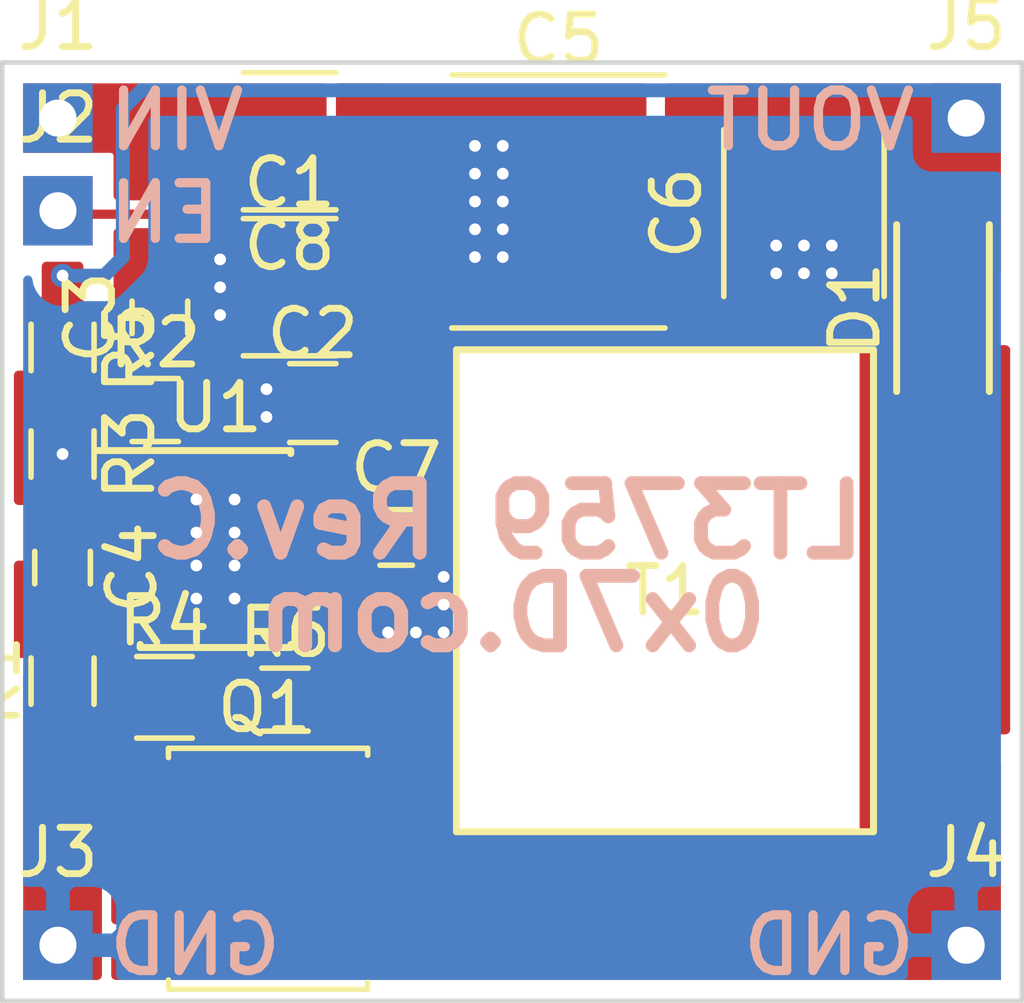
<source format=kicad_pcb>
(kicad_pcb (version 20171130) (host pcbnew "(5.0.0)")

  (general
    (thickness 1.6)
    (drawings 11)
    (tracks 86)
    (zones 0)
    (modules 23)
    (nets 16)
  )

  (page A4)
  (layers
    (0 F.Cu signal)
    (31 B.Cu signal)
    (34 B.Paste user)
    (35 F.Paste user)
    (36 B.SilkS user)
    (37 F.SilkS user)
    (38 B.Mask user)
    (39 F.Mask user)
    (44 Edge.Cuts user)
  )

  (setup
    (last_trace_width 0.2)
    (user_trace_width 0.1)
    (user_trace_width 0.2)
    (user_trace_width 0.3)
    (user_trace_width 0.4)
    (user_trace_width 0.5)
    (user_trace_width 0.8)
    (user_trace_width 1)
    (trace_clearance 0.2)
    (zone_clearance 0.4)
    (zone_45_only no)
    (trace_min 0.1)
    (segment_width 0.2)
    (edge_width 0.1)
    (via_size 0.508)
    (via_drill 0.254)
    (via_min_size 0.508)
    (via_min_drill 0.254)
    (uvia_size 0.3)
    (uvia_drill 0.1)
    (uvias_allowed no)
    (uvia_min_size 0.2)
    (uvia_min_drill 0.1)
    (pcb_text_width 0.3)
    (pcb_text_size 1.5 1.5)
    (mod_edge_width 0.15)
    (mod_text_size 1 1)
    (mod_text_width 0.15)
    (pad_size 4.2 3.3)
    (pad_drill 0)
    (pad_to_mask_clearance 0)
    (aux_axis_origin 0 0)
    (visible_elements 7FFBFFFF)
    (pcbplotparams
      (layerselection 0x010fc_ffffffff)
      (usegerberextensions false)
      (usegerberattributes false)
      (usegerberadvancedattributes false)
      (creategerberjobfile false)
      (excludeedgelayer true)
      (linewidth 0.100000)
      (plotframeref false)
      (viasonmask false)
      (mode 1)
      (useauxorigin false)
      (hpglpennumber 1)
      (hpglpenspeed 20)
      (hpglpendiameter 15.000000)
      (psnegative false)
      (psa4output false)
      (plotreference false)
      (plotvalue false)
      (plotinvisibletext false)
      (padsonsilk false)
      (subtractmaskfromsilk false)
      (outputformat 1)
      (mirror false)
      (drillshape 0)
      (scaleselection 1)
      (outputdirectory "Gerbers/"))
  )

  (net 0 "")
  (net 1 GNDREF)
  (net 2 "Net-(C1-Pad2)")
  (net 3 "Net-(C3-Pad1)")
  (net 4 "Net-(C4-Pad1)")
  (net 5 "Net-(J2-Pad1)")
  (net 6 "Net-(Q1-Pad3)")
  (net 7 "Net-(Q1-Pad2)")
  (net 8 "Net-(R1-Pad2)")
  (net 9 "Net-(R2-Pad1)")
  (net 10 "Net-(R3-Pad2)")
  (net 11 "Net-(R6-Pad2)")
  (net 12 "Net-(D1-Pad2)")
  (net 13 "Net-(Q1-Pad1)")
  (net 14 "Net-(C5-Pad2)")
  (net 15 "Net-(C7-Pad1)")

  (net_class Default "This is the default net class."
    (clearance 0.2)
    (trace_width 0.2)
    (via_dia 0.508)
    (via_drill 0.254)
    (uvia_dia 0.3)
    (uvia_drill 0.1)
    (add_net GNDREF)
    (add_net "Net-(C1-Pad2)")
    (add_net "Net-(C3-Pad1)")
    (add_net "Net-(C4-Pad1)")
    (add_net "Net-(C5-Pad2)")
    (add_net "Net-(C7-Pad1)")
    (add_net "Net-(D1-Pad2)")
    (add_net "Net-(J2-Pad1)")
    (add_net "Net-(Q1-Pad1)")
    (add_net "Net-(Q1-Pad2)")
    (add_net "Net-(Q1-Pad3)")
    (add_net "Net-(R1-Pad2)")
    (add_net "Net-(R2-Pad1)")
    (add_net "Net-(R3-Pad2)")
    (add_net "Net-(R6-Pad2)")
  )

  (module "Custom Parts:Wurth_WE-FB_10.18x13.36mm" locked (layer F.Cu) (tedit 5A91E72C) (tstamp 5A6CF038)
    (at 140 91.5 180)
    (path /5A6B88EA)
    (fp_text reference T1 (at 0 0 180) (layer F.SilkS)
      (effects (font (size 1 1) (thickness 0.15)))
    )
    (fp_text value Wurth_Transformer_10.16x13.36mm (at 0 -6.1 180) (layer F.Fab)
      (effects (font (size 1 1) (thickness 0.15)))
    )
    (fp_line (start -4.5 -5.2) (end 4.5 -5.2) (layer F.SilkS) (width 0.15))
    (fp_line (start 4.5 -5.2) (end 4.5 5.2) (layer F.SilkS) (width 0.15))
    (fp_line (start 4.5 5.2) (end -4.5 5.2) (layer F.SilkS) (width 0.15))
    (fp_line (start -4.5 5.2) (end -4.5 -5.2) (layer F.SilkS) (width 0.15))
    (pad 1 smd rect (at -5.83 2.5 180) (size 2.08 1.17) (layers F.Cu F.Paste F.Mask)
      (net 1 GNDREF))
    (pad 2 smd rect (at -5.83 0 180) (size 2.08 1.17) (layers F.Cu F.Paste F.Mask))
    (pad 3 smd rect (at -5.83 -2.5 180) (size 2.08 1.17) (layers F.Cu F.Paste F.Mask)
      (net 12 "Net-(D1-Pad2)"))
    (pad 4 smd rect (at 5.83 -2.5 180) (size 2.08 1.17) (layers F.Cu F.Paste F.Mask)
      (net 13 "Net-(Q1-Pad1)"))
    (pad 6 smd rect (at 5.83 2.5 180) (size 2.08 1.17) (layers F.Cu F.Paste F.Mask)
      (net 2 "Net-(C1-Pad2)"))
    (pad 5 smd rect (at 5.83 0 180) (size 1.1 0.8) (layers F.Cu F.Paste F.Mask))
  )

  (module "Custom Parts:SOD-123W" (layer F.Cu) (tedit 5A6CE79A) (tstamp 5A8E4E07)
    (at 146 85.4 270)
    (path /5A6B91C6)
    (fp_text reference D1 (at 0 1.9 270) (layer F.SilkS)
      (effects (font (size 1 1) (thickness 0.15)))
    )
    (fp_text value D_RECT (at 0 -1.8 270) (layer F.Fab)
      (effects (font (size 1 1) (thickness 0.15)))
    )
    (fp_line (start -1.8 1) (end 1.8 1) (layer F.SilkS) (width 0.15))
    (fp_line (start -1.8 -1) (end 1.8 -1) (layer F.SilkS) (width 0.15))
    (pad 1 smd rect (at -1.55 0 270) (size 1.2 1.4) (layers F.Cu F.Paste F.Mask)
      (net 14 "Net-(C5-Pad2)"))
    (pad 2 smd rect (at 1.55 0 270) (size 1.2 1.4) (layers F.Cu F.Paste F.Mask)
      (net 12 "Net-(D1-Pad2)"))
  )

  (module Resistors_SMD:R_0603 (layer F.Cu) (tedit 58E0A804) (tstamp 5B8CF2CE)
    (at 131.8 93.85)
    (descr "Resistor SMD 0603, reflow soldering, Vishay (see dcrcw.pdf)")
    (tags "resistor 0603")
    (path /5A8E442D)
    (attr smd)
    (fp_text reference R6 (at 0 -1.45) (layer F.SilkS)
      (effects (font (size 1 1) (thickness 0.15)))
    )
    (fp_text value R_GATE (at 0 1.5) (layer F.Fab)
      (effects (font (size 1 1) (thickness 0.15)))
    )
    (fp_text user %R (at 0 0) (layer F.Fab)
      (effects (font (size 0.4 0.4) (thickness 0.075)))
    )
    (fp_line (start -0.8 0.4) (end -0.8 -0.4) (layer F.Fab) (width 0.1))
    (fp_line (start 0.8 0.4) (end -0.8 0.4) (layer F.Fab) (width 0.1))
    (fp_line (start 0.8 -0.4) (end 0.8 0.4) (layer F.Fab) (width 0.1))
    (fp_line (start -0.8 -0.4) (end 0.8 -0.4) (layer F.Fab) (width 0.1))
    (fp_line (start 0.5 0.68) (end -0.5 0.68) (layer F.SilkS) (width 0.12))
    (fp_line (start -0.5 -0.68) (end 0.5 -0.68) (layer F.SilkS) (width 0.12))
    (fp_line (start -1.25 -0.7) (end 1.25 -0.7) (layer F.CrtYd) (width 0.05))
    (fp_line (start -1.25 -0.7) (end -1.25 0.7) (layer F.CrtYd) (width 0.05))
    (fp_line (start 1.25 0.7) (end 1.25 -0.7) (layer F.CrtYd) (width 0.05))
    (fp_line (start 1.25 0.7) (end -1.25 0.7) (layer F.CrtYd) (width 0.05))
    (pad 1 smd rect (at -0.75 0) (size 0.5 0.9) (layers F.Cu F.Paste F.Mask)
      (net 7 "Net-(Q1-Pad2)"))
    (pad 2 smd rect (at 0.75 0) (size 0.5 0.9) (layers F.Cu F.Paste F.Mask)
      (net 11 "Net-(R6-Pad2)"))
    (model ${KISYS3DMOD}/Resistors_SMD.3dshapes/R_0603.wrl
      (at (xyz 0 0 0))
      (scale (xyz 1 1 1))
      (rotate (xyz 0 0 0))
    )
  )

  (module Housings_SSOP:MSOP-12-1EP_3x4mm_Pitch0.65mm (layer F.Cu) (tedit 57AFAE52) (tstamp 5B8CDE80)
    (at 130.3 90.6)
    (descr "MSE Package; 12-Lead Plastic MSOP, Exposed Die Pad; (see Linear Technology 05081666_G_MSE12.pdf)")
    (tags "SSOP 0.65")
    (path /5A6BF1D9)
    (attr smd)
    (fp_text reference U1 (at 0 -3.05) (layer F.SilkS)
      (effects (font (size 1 1) (thickness 0.15)))
    )
    (fp_text value LTC3759 (at 0 3.05) (layer F.Fab)
      (effects (font (size 1 1) (thickness 0.15)))
    )
    (fp_line (start -0.5 -2) (end 1.5 -2) (layer F.Fab) (width 0.15))
    (fp_line (start 1.5 -2) (end 1.5 2) (layer F.Fab) (width 0.15))
    (fp_line (start 1.5 2) (end -1.5 2) (layer F.Fab) (width 0.15))
    (fp_line (start -1.5 2) (end -1.5 -1) (layer F.Fab) (width 0.15))
    (fp_line (start -1.5 -1) (end -0.5 -2) (layer F.Fab) (width 0.15))
    (fp_line (start -2.8 -2.3) (end -2.8 2.3) (layer F.CrtYd) (width 0.05))
    (fp_line (start 2.8 -2.3) (end 2.8 2.3) (layer F.CrtYd) (width 0.05))
    (fp_line (start -2.8 -2.3) (end 2.8 -2.3) (layer F.CrtYd) (width 0.05))
    (fp_line (start -2.8 2.3) (end 2.8 2.3) (layer F.CrtYd) (width 0.05))
    (fp_line (start 1.625 -2.125) (end 1.625 -2.06) (layer F.SilkS) (width 0.15))
    (fp_line (start 1.625 2.125) (end 1.625 2.06) (layer F.SilkS) (width 0.15))
    (fp_line (start -1.625 2.125) (end -1.625 2.06) (layer F.SilkS) (width 0.15))
    (fp_line (start -1.625 -2.125) (end 1.625 -2.125) (layer F.SilkS) (width 0.15))
    (fp_line (start -1.625 2.125) (end 1.625 2.125) (layer F.SilkS) (width 0.15))
    (fp_line (start -1.625 -2.125) (end -2.55 -2.125) (layer F.SilkS) (width 0.15))
    (fp_text user %R (at 0 0) (layer F.Fab)
      (effects (font (size 0.6 0.6) (thickness 0.15)))
    )
    (pad 1 smd rect (at -2.105 -1.625) (size 0.89 0.42) (layers F.Cu F.Paste F.Mask)
      (net 9 "Net-(R2-Pad1)"))
    (pad 2 smd rect (at -2.105 -0.975) (size 0.89 0.42) (layers F.Cu F.Paste F.Mask)
      (net 10 "Net-(R3-Pad2)"))
    (pad 3 smd rect (at -2.105 -0.325) (size 0.89 0.42) (layers F.Cu F.Paste F.Mask)
      (net 4 "Net-(C4-Pad1)"))
    (pad 4 smd rect (at -2.105 0.325) (size 0.89 0.42) (layers F.Cu F.Paste F.Mask)
      (net 8 "Net-(R1-Pad2)"))
    (pad 5 smd rect (at -2.105 0.975) (size 0.89 0.42) (layers F.Cu F.Paste F.Mask)
      (net 1 GNDREF))
    (pad 6 smd rect (at -2.105 1.625) (size 0.89 0.42) (layers F.Cu F.Paste F.Mask)
      (net 1 GNDREF))
    (pad 7 smd rect (at 2.105 1.625) (size 0.89 0.42) (layers F.Cu F.Paste F.Mask)
      (net 6 "Net-(Q1-Pad3)"))
    (pad 8 smd rect (at 2.105 0.975) (size 0.89 0.42) (layers F.Cu F.Paste F.Mask)
      (net 11 "Net-(R6-Pad2)"))
    (pad 9 smd rect (at 2.105 0.325) (size 0.89 0.42) (layers F.Cu F.Paste F.Mask)
      (net 15 "Net-(C7-Pad1)"))
    (pad 10 smd rect (at 2.105 -0.325) (size 0.89 0.42) (layers F.Cu F.Paste F.Mask)
      (net 2 "Net-(C1-Pad2)"))
    (pad 11 smd rect (at 2.105 -0.975) (size 0.89 0.42) (layers F.Cu F.Paste F.Mask)
      (net 2 "Net-(C1-Pad2)"))
    (pad 12 smd rect (at 2.105 -1.625) (size 0.89 0.42) (layers F.Cu F.Paste F.Mask)
      (net 5 "Net-(J2-Pad1)"))
    (pad 13 smd rect (at 0.4125 1.06875) (size 0.825 0.7125) (layers F.Cu F.Paste F.Mask)
      (net 1 GNDREF) (solder_paste_margin_ratio -0.2))
    (pad 13 smd rect (at 0.4125 0.35625) (size 0.825 0.7125) (layers F.Cu F.Paste F.Mask)
      (net 1 GNDREF) (solder_paste_margin_ratio -0.2))
    (pad 13 smd rect (at 0.4125 -0.35625) (size 0.825 0.7125) (layers F.Cu F.Paste F.Mask)
      (net 1 GNDREF) (solder_paste_margin_ratio -0.2))
    (pad 13 smd rect (at 0.4125 -1.06875) (size 0.825 0.7125) (layers F.Cu F.Paste F.Mask)
      (net 1 GNDREF) (solder_paste_margin_ratio -0.2))
    (pad 13 smd rect (at -0.4125 1.06875) (size 0.825 0.7125) (layers F.Cu F.Paste F.Mask)
      (net 1 GNDREF) (solder_paste_margin_ratio -0.2))
    (pad 13 smd rect (at -0.4125 0.35625) (size 0.825 0.7125) (layers F.Cu F.Paste F.Mask)
      (net 1 GNDREF) (solder_paste_margin_ratio -0.2))
    (pad 13 smd rect (at -0.4125 -0.35625) (size 0.825 0.7125) (layers F.Cu F.Paste F.Mask)
      (net 1 GNDREF) (solder_paste_margin_ratio -0.2))
    (pad 13 smd rect (at -0.4125 -1.06875) (size 0.825 0.7125) (layers F.Cu F.Paste F.Mask)
      (net 1 GNDREF) (solder_paste_margin_ratio -0.2))
    (model ${KISYS3DMOD}/Housings_SSOP.3dshapes/MSOP-12-1EP_3x4mm_Pitch0.65mm.wrl
      (at (xyz 0 0 0))
      (scale (xyz 1 1 1))
      (rotate (xyz 0 0 0))
    )
  )

  (module Resistors_SMD:R_0603 (layer F.Cu) (tedit 58E0A804) (tstamp 5B8CDD19)
    (at 127 86.25 270)
    (descr "Resistor SMD 0603, reflow soldering, Vishay (see dcrcw.pdf)")
    (tags "resistor 0603")
    (path /5A6B9F37)
    (attr smd)
    (fp_text reference R5 (at 0 -1.45 270) (layer F.SilkS)
      (effects (font (size 1 1) (thickness 0.15)))
    )
    (fp_text value R_FB (at 0 1.5 270) (layer F.Fab)
      (effects (font (size 1 1) (thickness 0.15)))
    )
    (fp_text user %R (at 0 0 270) (layer F.Fab)
      (effects (font (size 0.4 0.4) (thickness 0.075)))
    )
    (fp_line (start -0.8 0.4) (end -0.8 -0.4) (layer F.Fab) (width 0.1))
    (fp_line (start 0.8 0.4) (end -0.8 0.4) (layer F.Fab) (width 0.1))
    (fp_line (start 0.8 -0.4) (end 0.8 0.4) (layer F.Fab) (width 0.1))
    (fp_line (start -0.8 -0.4) (end 0.8 -0.4) (layer F.Fab) (width 0.1))
    (fp_line (start 0.5 0.68) (end -0.5 0.68) (layer F.SilkS) (width 0.12))
    (fp_line (start -0.5 -0.68) (end 0.5 -0.68) (layer F.SilkS) (width 0.12))
    (fp_line (start -1.25 -0.7) (end 1.25 -0.7) (layer F.CrtYd) (width 0.05))
    (fp_line (start -1.25 -0.7) (end -1.25 0.7) (layer F.CrtYd) (width 0.05))
    (fp_line (start 1.25 0.7) (end 1.25 -0.7) (layer F.CrtYd) (width 0.05))
    (fp_line (start 1.25 0.7) (end -1.25 0.7) (layer F.CrtYd) (width 0.05))
    (pad 1 smd rect (at -0.75 0 270) (size 0.5 0.9) (layers F.Cu F.Paste F.Mask)
      (net 14 "Net-(C5-Pad2)"))
    (pad 2 smd rect (at 0.75 0 270) (size 0.5 0.9) (layers F.Cu F.Paste F.Mask)
      (net 10 "Net-(R3-Pad2)"))
    (model ${KISYS3DMOD}/Resistors_SMD.3dshapes/R_0603.wrl
      (at (xyz 0 0 0))
      (scale (xyz 1 1 1))
      (rotate (xyz 0 0 0))
    )
  )

  (module Resistors_SMD:R_0805 (layer F.Cu) (tedit 58E0A804) (tstamp 5B8CDD49)
    (at 129.2 93.8)
    (descr "Resistor SMD 0805, reflow soldering, Vishay (see dcrcw.pdf)")
    (tags "resistor 0805")
    (path /5A6B8B69)
    (attr smd)
    (fp_text reference R4 (at 0 -1.65) (layer F.SilkS)
      (effects (font (size 1 1) (thickness 0.15)))
    )
    (fp_text value R_SENSE (at 0 1.75) (layer F.Fab)
      (effects (font (size 1 1) (thickness 0.15)))
    )
    (fp_text user %R (at 0 0) (layer F.Fab)
      (effects (font (size 0.5 0.5) (thickness 0.075)))
    )
    (fp_line (start -1 0.62) (end -1 -0.62) (layer F.Fab) (width 0.1))
    (fp_line (start 1 0.62) (end -1 0.62) (layer F.Fab) (width 0.1))
    (fp_line (start 1 -0.62) (end 1 0.62) (layer F.Fab) (width 0.1))
    (fp_line (start -1 -0.62) (end 1 -0.62) (layer F.Fab) (width 0.1))
    (fp_line (start 0.6 0.88) (end -0.6 0.88) (layer F.SilkS) (width 0.12))
    (fp_line (start -0.6 -0.88) (end 0.6 -0.88) (layer F.SilkS) (width 0.12))
    (fp_line (start -1.55 -0.9) (end 1.55 -0.9) (layer F.CrtYd) (width 0.05))
    (fp_line (start -1.55 -0.9) (end -1.55 0.9) (layer F.CrtYd) (width 0.05))
    (fp_line (start 1.55 0.9) (end 1.55 -0.9) (layer F.CrtYd) (width 0.05))
    (fp_line (start 1.55 0.9) (end -1.55 0.9) (layer F.CrtYd) (width 0.05))
    (pad 1 smd rect (at -0.95 0) (size 0.7 1.3) (layers F.Cu F.Paste F.Mask)
      (net 1 GNDREF))
    (pad 2 smd rect (at 0.95 0) (size 0.7 1.3) (layers F.Cu F.Paste F.Mask)
      (net 6 "Net-(Q1-Pad3)"))
    (model ${KISYS3DMOD}/Resistors_SMD.3dshapes/R_0805.wrl
      (at (xyz 0 0 0))
      (scale (xyz 1 1 1))
      (rotate (xyz 0 0 0))
    )
  )

  (module Resistors_SMD:R_0603 (layer F.Cu) (tedit 58E0A804) (tstamp 5B8CDDD9)
    (at 127 88.55 270)
    (descr "Resistor SMD 0603, reflow soldering, Vishay (see dcrcw.pdf)")
    (tags "resistor 0603")
    (path /5A6B9FBA)
    (attr smd)
    (fp_text reference R3 (at 0 -1.45 270) (layer F.SilkS)
      (effects (font (size 1 1) (thickness 0.15)))
    )
    (fp_text value R_BIAS (at 0 1.5 270) (layer F.Fab)
      (effects (font (size 1 1) (thickness 0.15)))
    )
    (fp_text user %R (at 0 0 270) (layer F.Fab)
      (effects (font (size 0.4 0.4) (thickness 0.075)))
    )
    (fp_line (start -0.8 0.4) (end -0.8 -0.4) (layer F.Fab) (width 0.1))
    (fp_line (start 0.8 0.4) (end -0.8 0.4) (layer F.Fab) (width 0.1))
    (fp_line (start 0.8 -0.4) (end 0.8 0.4) (layer F.Fab) (width 0.1))
    (fp_line (start -0.8 -0.4) (end 0.8 -0.4) (layer F.Fab) (width 0.1))
    (fp_line (start 0.5 0.68) (end -0.5 0.68) (layer F.SilkS) (width 0.12))
    (fp_line (start -0.5 -0.68) (end 0.5 -0.68) (layer F.SilkS) (width 0.12))
    (fp_line (start -1.25 -0.7) (end 1.25 -0.7) (layer F.CrtYd) (width 0.05))
    (fp_line (start -1.25 -0.7) (end -1.25 0.7) (layer F.CrtYd) (width 0.05))
    (fp_line (start 1.25 0.7) (end 1.25 -0.7) (layer F.CrtYd) (width 0.05))
    (fp_line (start 1.25 0.7) (end -1.25 0.7) (layer F.CrtYd) (width 0.05))
    (pad 1 smd rect (at -0.75 0 270) (size 0.5 0.9) (layers F.Cu F.Paste F.Mask)
      (net 1 GNDREF))
    (pad 2 smd rect (at 0.75 0 270) (size 0.5 0.9) (layers F.Cu F.Paste F.Mask)
      (net 10 "Net-(R3-Pad2)"))
    (model ${KISYS3DMOD}/Resistors_SMD.3dshapes/R_0603.wrl
      (at (xyz 0 0 0))
      (scale (xyz 1 1 1))
      (rotate (xyz 0 0 0))
    )
  )

  (module Resistors_SMD:R_0603 (layer F.Cu) (tedit 58E0A804) (tstamp 5B8CDD79)
    (at 129 87.6)
    (descr "Resistor SMD 0603, reflow soldering, Vishay (see dcrcw.pdf)")
    (tags "resistor 0603")
    (path /5A6B8978)
    (attr smd)
    (fp_text reference R2 (at 0 -1.45) (layer F.SilkS)
      (effects (font (size 1 1) (thickness 0.15)))
    )
    (fp_text value R_VC (at 0 1.5) (layer F.Fab)
      (effects (font (size 1 1) (thickness 0.15)))
    )
    (fp_text user %R (at 0 0) (layer F.Fab)
      (effects (font (size 0.4 0.4) (thickness 0.075)))
    )
    (fp_line (start -0.8 0.4) (end -0.8 -0.4) (layer F.Fab) (width 0.1))
    (fp_line (start 0.8 0.4) (end -0.8 0.4) (layer F.Fab) (width 0.1))
    (fp_line (start 0.8 -0.4) (end 0.8 0.4) (layer F.Fab) (width 0.1))
    (fp_line (start -0.8 -0.4) (end 0.8 -0.4) (layer F.Fab) (width 0.1))
    (fp_line (start 0.5 0.68) (end -0.5 0.68) (layer F.SilkS) (width 0.12))
    (fp_line (start -0.5 -0.68) (end 0.5 -0.68) (layer F.SilkS) (width 0.12))
    (fp_line (start -1.25 -0.7) (end 1.25 -0.7) (layer F.CrtYd) (width 0.05))
    (fp_line (start -1.25 -0.7) (end -1.25 0.7) (layer F.CrtYd) (width 0.05))
    (fp_line (start 1.25 0.7) (end 1.25 -0.7) (layer F.CrtYd) (width 0.05))
    (fp_line (start 1.25 0.7) (end -1.25 0.7) (layer F.CrtYd) (width 0.05))
    (pad 1 smd rect (at -0.75 0) (size 0.5 0.9) (layers F.Cu F.Paste F.Mask)
      (net 9 "Net-(R2-Pad1)"))
    (pad 2 smd rect (at 0.75 0) (size 0.5 0.9) (layers F.Cu F.Paste F.Mask)
      (net 3 "Net-(C3-Pad1)"))
    (model ${KISYS3DMOD}/Resistors_SMD.3dshapes/R_0603.wrl
      (at (xyz 0 0 0))
      (scale (xyz 1 1 1))
      (rotate (xyz 0 0 0))
    )
  )

  (module Resistors_SMD:R_0603 (layer F.Cu) (tedit 58E0A804) (tstamp 5B8CDE39)
    (at 127 93.45 90)
    (descr "Resistor SMD 0603, reflow soldering, Vishay (see dcrcw.pdf)")
    (tags "resistor 0603")
    (path /5A6BAAF4)
    (attr smd)
    (fp_text reference R1 (at 0 -1.45 90) (layer F.SilkS)
      (effects (font (size 1 1) (thickness 0.15)))
    )
    (fp_text value R_FREQ (at 0 1.5 90) (layer F.Fab)
      (effects (font (size 1 1) (thickness 0.15)))
    )
    (fp_text user %R (at 0 0 90) (layer F.Fab)
      (effects (font (size 0.4 0.4) (thickness 0.075)))
    )
    (fp_line (start -0.8 0.4) (end -0.8 -0.4) (layer F.Fab) (width 0.1))
    (fp_line (start 0.8 0.4) (end -0.8 0.4) (layer F.Fab) (width 0.1))
    (fp_line (start 0.8 -0.4) (end 0.8 0.4) (layer F.Fab) (width 0.1))
    (fp_line (start -0.8 -0.4) (end 0.8 -0.4) (layer F.Fab) (width 0.1))
    (fp_line (start 0.5 0.68) (end -0.5 0.68) (layer F.SilkS) (width 0.12))
    (fp_line (start -0.5 -0.68) (end 0.5 -0.68) (layer F.SilkS) (width 0.12))
    (fp_line (start -1.25 -0.7) (end 1.25 -0.7) (layer F.CrtYd) (width 0.05))
    (fp_line (start -1.25 -0.7) (end -1.25 0.7) (layer F.CrtYd) (width 0.05))
    (fp_line (start 1.25 0.7) (end 1.25 -0.7) (layer F.CrtYd) (width 0.05))
    (fp_line (start 1.25 0.7) (end -1.25 0.7) (layer F.CrtYd) (width 0.05))
    (pad 1 smd rect (at -0.75 0 90) (size 0.5 0.9) (layers F.Cu F.Paste F.Mask)
      (net 1 GNDREF))
    (pad 2 smd rect (at 0.75 0 90) (size 0.5 0.9) (layers F.Cu F.Paste F.Mask)
      (net 8 "Net-(R1-Pad2)"))
    (model ${KISYS3DMOD}/Resistors_SMD.3dshapes/R_0603.wrl
      (at (xyz 0 0 0))
      (scale (xyz 1 1 1))
      (rotate (xyz 0 0 0))
    )
  )

  (module Capacitors_SMD:C_0603 (layer F.Cu) (tedit 59958EE7) (tstamp 5B8CDF3E)
    (at 129.1 85.6 90)
    (descr "Capacitor SMD 0603, reflow soldering, AVX (see smccp.pdf)")
    (tags "capacitor 0603")
    (path /5A6B89DB)
    (attr smd)
    (fp_text reference C3 (at 0 -1.5 90) (layer F.SilkS)
      (effects (font (size 1 1) (thickness 0.15)))
    )
    (fp_text value C_VC (at 0 1.5 90) (layer F.Fab)
      (effects (font (size 1 1) (thickness 0.15)))
    )
    (fp_line (start 1.4 0.65) (end -1.4 0.65) (layer F.CrtYd) (width 0.05))
    (fp_line (start 1.4 0.65) (end 1.4 -0.65) (layer F.CrtYd) (width 0.05))
    (fp_line (start -1.4 -0.65) (end -1.4 0.65) (layer F.CrtYd) (width 0.05))
    (fp_line (start -1.4 -0.65) (end 1.4 -0.65) (layer F.CrtYd) (width 0.05))
    (fp_line (start 0.35 0.6) (end -0.35 0.6) (layer F.SilkS) (width 0.12))
    (fp_line (start -0.35 -0.6) (end 0.35 -0.6) (layer F.SilkS) (width 0.12))
    (fp_line (start -0.8 -0.4) (end 0.8 -0.4) (layer F.Fab) (width 0.1))
    (fp_line (start 0.8 -0.4) (end 0.8 0.4) (layer F.Fab) (width 0.1))
    (fp_line (start 0.8 0.4) (end -0.8 0.4) (layer F.Fab) (width 0.1))
    (fp_line (start -0.8 0.4) (end -0.8 -0.4) (layer F.Fab) (width 0.1))
    (fp_text user %R (at 0 0 90) (layer F.Fab)
      (effects (font (size 0.3 0.3) (thickness 0.075)))
    )
    (pad 2 smd rect (at 0.75 0 90) (size 0.8 0.75) (layers F.Cu F.Paste F.Mask)
      (net 1 GNDREF))
    (pad 1 smd rect (at -0.75 0 90) (size 0.8 0.75) (layers F.Cu F.Paste F.Mask)
      (net 3 "Net-(C3-Pad1)"))
    (model Capacitors_SMD.3dshapes/C_0603.wrl
      (at (xyz 0 0 0))
      (scale (xyz 1 1 1))
      (rotate (xyz 0 0 0))
    )
  )

  (module Capacitors_SMD:C_0805 (layer F.Cu) (tedit 58AA8463) (tstamp 5B8D1C51)
    (at 132.4 87.45)
    (descr "Capacitor SMD 0805, reflow soldering, AVX (see smccp.pdf)")
    (tags "capacitor 0805")
    (path /5A6C0FBE)
    (attr smd)
    (fp_text reference C2 (at 0 -1.5) (layer F.SilkS)
      (effects (font (size 1 1) (thickness 0.15)))
    )
    (fp_text value C_IN (at 0 1.75) (layer F.Fab)
      (effects (font (size 1 1) (thickness 0.15)))
    )
    (fp_text user %R (at 0 -1.5) (layer F.Fab)
      (effects (font (size 1 1) (thickness 0.15)))
    )
    (fp_line (start -1 0.62) (end -1 -0.62) (layer F.Fab) (width 0.1))
    (fp_line (start 1 0.62) (end -1 0.62) (layer F.Fab) (width 0.1))
    (fp_line (start 1 -0.62) (end 1 0.62) (layer F.Fab) (width 0.1))
    (fp_line (start -1 -0.62) (end 1 -0.62) (layer F.Fab) (width 0.1))
    (fp_line (start 0.5 -0.85) (end -0.5 -0.85) (layer F.SilkS) (width 0.12))
    (fp_line (start -0.5 0.85) (end 0.5 0.85) (layer F.SilkS) (width 0.12))
    (fp_line (start -1.75 -0.88) (end 1.75 -0.88) (layer F.CrtYd) (width 0.05))
    (fp_line (start -1.75 -0.88) (end -1.75 0.87) (layer F.CrtYd) (width 0.05))
    (fp_line (start 1.75 0.87) (end 1.75 -0.88) (layer F.CrtYd) (width 0.05))
    (fp_line (start 1.75 0.87) (end -1.75 0.87) (layer F.CrtYd) (width 0.05))
    (pad 1 smd rect (at -1 0) (size 1 1.25) (layers F.Cu F.Paste F.Mask)
      (net 1 GNDREF))
    (pad 2 smd rect (at 1 0) (size 1 1.25) (layers F.Cu F.Paste F.Mask)
      (net 2 "Net-(C1-Pad2)"))
    (model Capacitors_SMD.3dshapes/C_0805.wrl
      (at (xyz 0 0 0))
      (scale (xyz 1 1 1))
      (rotate (xyz 0 0 0))
    )
  )

  (module Capacitors_SMD:C_0603 (layer F.Cu) (tedit 59958EE7) (tstamp 5B8CDE09)
    (at 127 91 270)
    (descr "Capacitor SMD 0603, reflow soldering, AVX (see smccp.pdf)")
    (tags "capacitor 0603")
    (path /5A6C6769)
    (attr smd)
    (fp_text reference C4 (at 0 -1.5 270) (layer F.SilkS)
      (effects (font (size 1 1) (thickness 0.15)))
    )
    (fp_text value C_SS (at 0 1.5 270) (layer F.Fab)
      (effects (font (size 1 1) (thickness 0.15)))
    )
    (fp_line (start 1.4 0.65) (end -1.4 0.65) (layer F.CrtYd) (width 0.05))
    (fp_line (start 1.4 0.65) (end 1.4 -0.65) (layer F.CrtYd) (width 0.05))
    (fp_line (start -1.4 -0.65) (end -1.4 0.65) (layer F.CrtYd) (width 0.05))
    (fp_line (start -1.4 -0.65) (end 1.4 -0.65) (layer F.CrtYd) (width 0.05))
    (fp_line (start 0.35 0.6) (end -0.35 0.6) (layer F.SilkS) (width 0.12))
    (fp_line (start -0.35 -0.6) (end 0.35 -0.6) (layer F.SilkS) (width 0.12))
    (fp_line (start -0.8 -0.4) (end 0.8 -0.4) (layer F.Fab) (width 0.1))
    (fp_line (start 0.8 -0.4) (end 0.8 0.4) (layer F.Fab) (width 0.1))
    (fp_line (start 0.8 0.4) (end -0.8 0.4) (layer F.Fab) (width 0.1))
    (fp_line (start -0.8 0.4) (end -0.8 -0.4) (layer F.Fab) (width 0.1))
    (fp_text user %R (at 0 0 270) (layer F.Fab)
      (effects (font (size 0.3 0.3) (thickness 0.075)))
    )
    (pad 2 smd rect (at 0.75 0 270) (size 0.8 0.75) (layers F.Cu F.Paste F.Mask)
      (net 1 GNDREF))
    (pad 1 smd rect (at -0.75 0 270) (size 0.8 0.75) (layers F.Cu F.Paste F.Mask)
      (net 4 "Net-(C4-Pad1)"))
    (model Capacitors_SMD.3dshapes/C_0603.wrl
      (at (xyz 0 0 0))
      (scale (xyz 1 1 1))
      (rotate (xyz 0 0 0))
    )
  )

  (module Capacitors_SMD:C_1210 (layer F.Cu) (tedit 58AA84E2) (tstamp 5B8D1BB2)
    (at 131.9 84.95)
    (descr "Capacitor SMD 1210, reflow soldering, AVX (see smccp.pdf)")
    (tags "capacitor 1210")
    (path /5A6C10DF)
    (attr smd)
    (fp_text reference C1 (at 0 -2.25) (layer F.SilkS)
      (effects (font (size 1 1) (thickness 0.15)))
    )
    (fp_text value C_IN (at 0 2.5) (layer F.Fab)
      (effects (font (size 1 1) (thickness 0.15)))
    )
    (fp_text user %R (at 0 -2.25) (layer F.Fab)
      (effects (font (size 1 1) (thickness 0.15)))
    )
    (fp_line (start -1.6 1.25) (end -1.6 -1.25) (layer F.Fab) (width 0.1))
    (fp_line (start 1.6 1.25) (end -1.6 1.25) (layer F.Fab) (width 0.1))
    (fp_line (start 1.6 -1.25) (end 1.6 1.25) (layer F.Fab) (width 0.1))
    (fp_line (start -1.6 -1.25) (end 1.6 -1.25) (layer F.Fab) (width 0.1))
    (fp_line (start 1 -1.48) (end -1 -1.48) (layer F.SilkS) (width 0.12))
    (fp_line (start -1 1.48) (end 1 1.48) (layer F.SilkS) (width 0.12))
    (fp_line (start -2.25 -1.5) (end 2.25 -1.5) (layer F.CrtYd) (width 0.05))
    (fp_line (start -2.25 -1.5) (end -2.25 1.5) (layer F.CrtYd) (width 0.05))
    (fp_line (start 2.25 1.5) (end 2.25 -1.5) (layer F.CrtYd) (width 0.05))
    (fp_line (start 2.25 1.5) (end -2.25 1.5) (layer F.CrtYd) (width 0.05))
    (pad 1 smd rect (at -1.5 0) (size 1 2.5) (layers F.Cu F.Paste F.Mask)
      (net 1 GNDREF))
    (pad 2 smd rect (at 1.5 0) (size 1 2.5) (layers F.Cu F.Paste F.Mask)
      (net 2 "Net-(C1-Pad2)"))
    (model Capacitors_SMD.3dshapes/C_1210.wrl
      (at (xyz 0 0 0))
      (scale (xyz 1 1 1))
      (rotate (xyz 0 0 0))
    )
  )

  (module Capacitors_SMD:C_2220 (layer F.Cu) (tedit 58AA8565) (tstamp 5A8E6751)
    (at 137.7 83.1)
    (descr "Capacitor SMD 2220, reflow soldering, AVX (see smccp.pdf)")
    (tags "capacitor 2220")
    (path /5A6B92D0)
    (attr smd)
    (fp_text reference C5 (at 0 -3.5) (layer F.SilkS)
      (effects (font (size 1 1) (thickness 0.15)))
    )
    (fp_text value C_OUT (at 0 3.75) (layer F.Fab)
      (effects (font (size 1 1) (thickness 0.15)))
    )
    (fp_text user %R (at 0 -3.5) (layer F.Fab)
      (effects (font (size 1 1) (thickness 0.15)))
    )
    (fp_line (start -2.75 2.5) (end -2.75 -2.5) (layer F.Fab) (width 0.1))
    (fp_line (start 2.75 2.5) (end -2.75 2.5) (layer F.Fab) (width 0.1))
    (fp_line (start 2.75 -2.5) (end 2.75 2.5) (layer F.Fab) (width 0.1))
    (fp_line (start -2.75 -2.5) (end 2.75 -2.5) (layer F.Fab) (width 0.1))
    (fp_line (start 2.3 -2.73) (end -2.3 -2.73) (layer F.SilkS) (width 0.12))
    (fp_line (start -2.3 2.73) (end 2.3 2.73) (layer F.SilkS) (width 0.12))
    (fp_line (start -3.55 -2.75) (end 3.55 -2.75) (layer F.CrtYd) (width 0.05))
    (fp_line (start -3.55 -2.75) (end -3.55 2.75) (layer F.CrtYd) (width 0.05))
    (fp_line (start 3.55 2.75) (end 3.55 -2.75) (layer F.CrtYd) (width 0.05))
    (fp_line (start 3.55 2.75) (end -3.55 2.75) (layer F.CrtYd) (width 0.05))
    (pad 1 smd rect (at -2.8 0) (size 1 5) (layers F.Cu F.Paste F.Mask)
      (net 1 GNDREF))
    (pad 2 smd rect (at 2.8 0) (size 1 5) (layers F.Cu F.Paste F.Mask)
      (net 14 "Net-(C5-Pad2)"))
    (model Capacitors_SMD.3dshapes/C_2220.wrl
      (at (xyz 0 0 0))
      (scale (xyz 1 1 1))
      (rotate (xyz 0 0 0))
    )
  )

  (module Capacitors_SMD:C_1812 (layer F.Cu) (tedit 58AA850E) (tstamp 5B8D1AFD)
    (at 143 83.35 90)
    (descr "Capacitor SMD 1812, reflow soldering, AVX (see smccp.pdf)")
    (tags "capacitor 1812")
    (path /5A6B93C6)
    (attr smd)
    (fp_text reference C6 (at 0 -2.75 90) (layer F.SilkS)
      (effects (font (size 1 1) (thickness 0.15)))
    )
    (fp_text value C_OUT (at 0 2.75 90) (layer F.Fab)
      (effects (font (size 1 1) (thickness 0.15)))
    )
    (fp_text user %R (at 0 -2.75 90) (layer F.Fab)
      (effects (font (size 1 1) (thickness 0.15)))
    )
    (fp_line (start -2.25 1.6) (end -2.25 -1.6) (layer F.Fab) (width 0.1))
    (fp_line (start 2.25 1.6) (end -2.25 1.6) (layer F.Fab) (width 0.1))
    (fp_line (start 2.25 -1.6) (end 2.25 1.6) (layer F.Fab) (width 0.1))
    (fp_line (start -2.25 -1.6) (end 2.25 -1.6) (layer F.Fab) (width 0.1))
    (fp_line (start 1.8 -1.73) (end -1.8 -1.73) (layer F.SilkS) (width 0.12))
    (fp_line (start -1.8 1.73) (end 1.8 1.73) (layer F.SilkS) (width 0.12))
    (fp_line (start -3.05 -1.85) (end 3.05 -1.85) (layer F.CrtYd) (width 0.05))
    (fp_line (start -3.05 -1.85) (end -3.05 1.85) (layer F.CrtYd) (width 0.05))
    (fp_line (start 3.05 1.85) (end 3.05 -1.85) (layer F.CrtYd) (width 0.05))
    (fp_line (start 3.05 1.85) (end -3.05 1.85) (layer F.CrtYd) (width 0.05))
    (pad 1 smd rect (at -2.3 0 90) (size 1 3) (layers F.Cu F.Paste F.Mask)
      (net 1 GNDREF))
    (pad 2 smd rect (at 2.3 0 90) (size 1 3) (layers F.Cu F.Paste F.Mask)
      (net 14 "Net-(C5-Pad2)"))
    (model Capacitors_SMD.3dshapes/C_1812.wrl
      (at (xyz 0 0 0))
      (scale (xyz 1 1 1))
      (rotate (xyz 0 0 0))
    )
  )

  (module Capacitors_SMD:C_0603 (layer F.Cu) (tedit 59958EE7) (tstamp 5B8CDCAD)
    (at 134.2 90.35)
    (descr "Capacitor SMD 0603, reflow soldering, AVX (see smccp.pdf)")
    (tags "capacitor 0603")
    (path /5A6BA4CA)
    (attr smd)
    (fp_text reference C7 (at 0 -1.5) (layer F.SilkS)
      (effects (font (size 1 1) (thickness 0.15)))
    )
    (fp_text value C_BP (at 0 1.5) (layer F.Fab)
      (effects (font (size 1 1) (thickness 0.15)))
    )
    (fp_line (start 1.4 0.65) (end -1.4 0.65) (layer F.CrtYd) (width 0.05))
    (fp_line (start 1.4 0.65) (end 1.4 -0.65) (layer F.CrtYd) (width 0.05))
    (fp_line (start -1.4 -0.65) (end -1.4 0.65) (layer F.CrtYd) (width 0.05))
    (fp_line (start -1.4 -0.65) (end 1.4 -0.65) (layer F.CrtYd) (width 0.05))
    (fp_line (start 0.35 0.6) (end -0.35 0.6) (layer F.SilkS) (width 0.12))
    (fp_line (start -0.35 -0.6) (end 0.35 -0.6) (layer F.SilkS) (width 0.12))
    (fp_line (start -0.8 -0.4) (end 0.8 -0.4) (layer F.Fab) (width 0.1))
    (fp_line (start 0.8 -0.4) (end 0.8 0.4) (layer F.Fab) (width 0.1))
    (fp_line (start 0.8 0.4) (end -0.8 0.4) (layer F.Fab) (width 0.1))
    (fp_line (start -0.8 0.4) (end -0.8 -0.4) (layer F.Fab) (width 0.1))
    (fp_text user %R (at 0 0) (layer F.Fab)
      (effects (font (size 0.3 0.3) (thickness 0.075)))
    )
    (pad 2 smd rect (at 0.75 0) (size 0.8 0.75) (layers F.Cu F.Paste F.Mask)
      (net 1 GNDREF))
    (pad 1 smd rect (at -0.75 0) (size 0.8 0.75) (layers F.Cu F.Paste F.Mask)
      (net 15 "Net-(C7-Pad1)"))
    (model Capacitors_SMD.3dshapes/C_0603.wrl
      (at (xyz 0 0 0))
      (scale (xyz 1 1 1))
      (rotate (xyz 0 0 0))
    )
  )

  (module Measurement_Points:Measurement_Point_Square-TH_Small (layer F.Cu) (tedit 56C360B9) (tstamp 5B8CDC8D)
    (at 126.9 99.15)
    (descr "Mesurement Point, Square, Trough Hole,  1.5mm x 1.5mm, Drill 0.8mm,")
    (tags "Mesurement Point Square Trough Hole 1.5x1.5mm Drill 0.8mm")
    (path /5B6538E7)
    (attr virtual)
    (fp_text reference J3 (at 0 -2) (layer F.SilkS)
      (effects (font (size 1 1) (thickness 0.15)))
    )
    (fp_text value GND (at 0 2) (layer F.Fab)
      (effects (font (size 1 1) (thickness 0.15)))
    )
    (fp_line (start -1 -1) (end 1 -1) (layer F.CrtYd) (width 0.05))
    (fp_line (start 1 -1) (end 1 1) (layer F.CrtYd) (width 0.05))
    (fp_line (start 1 1) (end -1 1) (layer F.CrtYd) (width 0.05))
    (fp_line (start -1 1) (end -1 -1) (layer F.CrtYd) (width 0.05))
    (pad 1 thru_hole rect (at 0 0) (size 1.5 1.5) (drill 0.8) (layers *.Cu *.Mask)
      (net 1 GNDREF))
  )

  (module Measurement_Points:Measurement_Point_Square-TH_Small (layer F.Cu) (tedit 56C360B9) (tstamp 5A8E4E18)
    (at 146.5 99.15)
    (descr "Mesurement Point, Square, Trough Hole,  1.5mm x 1.5mm, Drill 0.8mm,")
    (tags "Mesurement Point Square Trough Hole 1.5x1.5mm Drill 0.8mm")
    (path /5B653BE4)
    (attr virtual)
    (fp_text reference J4 (at 0 -2) (layer F.SilkS)
      (effects (font (size 1 1) (thickness 0.15)))
    )
    (fp_text value GND (at 0 2) (layer F.Fab)
      (effects (font (size 1 1) (thickness 0.15)))
    )
    (fp_line (start -1 -1) (end 1 -1) (layer F.CrtYd) (width 0.05))
    (fp_line (start 1 -1) (end 1 1) (layer F.CrtYd) (width 0.05))
    (fp_line (start 1 1) (end -1 1) (layer F.CrtYd) (width 0.05))
    (fp_line (start -1 1) (end -1 -1) (layer F.CrtYd) (width 0.05))
    (pad 1 thru_hole rect (at 0 0) (size 1.5 1.5) (drill 0.8) (layers *.Cu *.Mask)
      (net 1 GNDREF))
  )

  (module Measurement_Points:Measurement_Point_Square-TH_Small (layer F.Cu) (tedit 56C360B9) (tstamp 5A8E4E1C)
    (at 146.5 81.3)
    (descr "Mesurement Point, Square, Trough Hole,  1.5mm x 1.5mm, Drill 0.8mm,")
    (tags "Mesurement Point Square Trough Hole 1.5x1.5mm Drill 0.8mm")
    (path /5B653D92)
    (attr virtual)
    (fp_text reference J5 (at 0 -2) (layer F.SilkS)
      (effects (font (size 1 1) (thickness 0.15)))
    )
    (fp_text value VOUT (at 0 2) (layer F.Fab)
      (effects (font (size 1 1) (thickness 0.15)))
    )
    (fp_line (start -1 -1) (end 1 -1) (layer F.CrtYd) (width 0.05))
    (fp_line (start 1 -1) (end 1 1) (layer F.CrtYd) (width 0.05))
    (fp_line (start 1 1) (end -1 1) (layer F.CrtYd) (width 0.05))
    (fp_line (start -1 1) (end -1 -1) (layer F.CrtYd) (width 0.05))
    (pad 1 thru_hole rect (at 0 0) (size 1.5 1.5) (drill 0.8) (layers *.Cu *.Mask)
      (net 14 "Net-(C5-Pad2)"))
  )

  (module Measurement_Points:Measurement_Point_Square-TH_Small (layer F.Cu) (tedit 56C360B9) (tstamp 5B8CDC75)
    (at 126.9 81.3)
    (descr "Mesurement Point, Square, Trough Hole,  1.5mm x 1.5mm, Drill 0.8mm,")
    (tags "Mesurement Point Square Trough Hole 1.5x1.5mm Drill 0.8mm")
    (path /5B653003)
    (attr virtual)
    (fp_text reference J1 (at 0 -2) (layer F.SilkS)
      (effects (font (size 1 1) (thickness 0.15)))
    )
    (fp_text value VIN (at 0 2) (layer F.Fab)
      (effects (font (size 1 1) (thickness 0.15)))
    )
    (fp_line (start -1 -1) (end 1 -1) (layer F.CrtYd) (width 0.05))
    (fp_line (start 1 -1) (end 1 1) (layer F.CrtYd) (width 0.05))
    (fp_line (start 1 1) (end -1 1) (layer F.CrtYd) (width 0.05))
    (fp_line (start -1 1) (end -1 -1) (layer F.CrtYd) (width 0.05))
    (pad 1 thru_hole rect (at 0 0) (size 1.5 1.5) (drill 0.8) (layers *.Cu *.Mask)
      (net 2 "Net-(C1-Pad2)"))
  )

  (module Measurement_Points:Measurement_Point_Square-TH_Small (layer F.Cu) (tedit 56C360B9) (tstamp 5B8CDC5D)
    (at 126.9 83.3)
    (descr "Mesurement Point, Square, Trough Hole,  1.5mm x 1.5mm, Drill 0.8mm,")
    (tags "Mesurement Point Square Trough Hole 1.5x1.5mm Drill 0.8mm")
    (path /5B653653)
    (attr virtual)
    (fp_text reference J2 (at 0 -2) (layer F.SilkS)
      (effects (font (size 1 1) (thickness 0.15)))
    )
    (fp_text value EN (at 0 2) (layer F.Fab)
      (effects (font (size 1 1) (thickness 0.15)))
    )
    (fp_line (start -1 -1) (end 1 -1) (layer F.CrtYd) (width 0.05))
    (fp_line (start 1 -1) (end 1 1) (layer F.CrtYd) (width 0.05))
    (fp_line (start 1 1) (end -1 1) (layer F.CrtYd) (width 0.05))
    (fp_line (start -1 1) (end -1 -1) (layer F.CrtYd) (width 0.05))
    (pad 1 thru_hole rect (at 0 0) (size 1.5 1.5) (drill 0.8) (layers *.Cu *.Mask)
      (net 5 "Net-(J2-Pad1)"))
  )

  (module "Custom Parts:SOT-669_LFPAK" (layer F.Cu) (tedit 5B8DA2AE) (tstamp 5B8DC251)
    (at 131.6 97.5)
    (descr "LFPAK www.nxp.com/documents/leaflet/939775016838_LR.pdf")
    (tags "LFPAK SOT-669 Power-SO8")
    (path /5A6B8B05)
    (attr smd)
    (fp_text reference Q1 (at -0.245 -3.48) (layer F.SilkS)
      (effects (font (size 1 1) (thickness 0.15)))
    )
    (fp_text value Q_SWITCH (at -0.245 3.52) (layer F.Fab)
      (effects (font (size 1 1) (thickness 0.15)))
    )
    (fp_text user %R (at 0 0 90) (layer F.Fab)
      (effects (font (size 1 1) (thickness 0.15)))
    )
    (fp_line (start -2.315 2.4) (end -2.315 2.6) (layer F.SilkS) (width 0.12))
    (fp_line (start -2.315 2.6) (end 1.985 2.6) (layer F.SilkS) (width 0.12))
    (fp_line (start 1.985 2.6) (end 1.985 2.45) (layer F.SilkS) (width 0.12))
    (fp_line (start 1.985 -2.45) (end 1.985 -2.6) (layer F.SilkS) (width 0.12))
    (fp_line (start 1.985 -2.6) (end -2.315 -2.6) (layer F.SilkS) (width 0.12))
    (fp_line (start -2.315 -2.6) (end -2.315 -2.4) (layer F.SilkS) (width 0.12))
    (fp_line (start -2.215 1.7) (end -3.215 1.7) (layer F.Fab) (width 0.1))
    (fp_line (start -3.215 1.7) (end -3.215 2.15) (layer F.Fab) (width 0.1))
    (fp_line (start -3.215 2.15) (end -2.215 2.15) (layer F.Fab) (width 0.1))
    (fp_line (start -2.215 0.4) (end -3.215 0.4) (layer F.Fab) (width 0.1))
    (fp_line (start -3.215 0.4) (end -3.215 0.85) (layer F.Fab) (width 0.1))
    (fp_line (start -3.215 0.85) (end -2.215 0.85) (layer F.Fab) (width 0.1))
    (fp_line (start -2.215 -0.85) (end -3.215 -0.85) (layer F.Fab) (width 0.1))
    (fp_line (start -3.215 -0.85) (end -3.215 -0.4) (layer F.Fab) (width 0.1))
    (fp_line (start -3.215 -0.4) (end -2.215 -0.4) (layer F.Fab) (width 0.1))
    (fp_line (start -3.215 -2.15) (end -3.215 -1.65) (layer F.Fab) (width 0.1))
    (fp_line (start -3.215 -2.15) (end -2.215 -2.15) (layer F.Fab) (width 0.1))
    (fp_line (start -3.215 -1.65) (end -2.215 -1.65) (layer F.Fab) (width 0.1))
    (fp_line (start 3.185 -2.2) (end 3.185 2.2) (layer F.Fab) (width 0.1))
    (fp_line (start 3.185 2.2) (end 1.885 2.2) (layer F.Fab) (width 0.1))
    (fp_line (start 3.185 -2.2) (end 1.885 -2.2) (layer F.Fab) (width 0.1))
    (fp_line (start 1.885 -2.5) (end -2.215 -2.5) (layer F.Fab) (width 0.1))
    (fp_line (start -2.215 -2.5) (end -2.215 2.5) (layer F.Fab) (width 0.1))
    (fp_line (start -2.215 2.5) (end 1.885 2.5) (layer F.Fab) (width 0.1))
    (fp_line (start 1.885 2.5) (end 1.885 -2.5) (layer F.Fab) (width 0.1))
    (fp_line (start 3.67 -2.75) (end 3.67 2.75) (layer F.CrtYd) (width 0.05))
    (fp_line (start 3.67 -2.75) (end -3.67 -2.75) (layer F.CrtYd) (width 0.05))
    (fp_line (start -3.67 2.75) (end 3.67 2.75) (layer F.CrtYd) (width 0.05))
    (fp_line (start -3.67 2.75) (end -3.67 -2.75) (layer F.CrtYd) (width 0.05))
    (pad 3 smd rect (at -2.835 -0.64 270) (size 0.7 1.15) (layers F.Cu F.Paste F.Mask)
      (net 6 "Net-(Q1-Pad3)"))
    (pad 3 smd rect (at -2.835 -1.91 270) (size 0.7 1.15) (layers F.Cu F.Paste F.Mask)
      (net 6 "Net-(Q1-Pad3)"))
    (pad 3 smd rect (at -2.835 0.64 270) (size 0.7 1.15) (layers F.Cu F.Paste F.Mask)
      (net 6 "Net-(Q1-Pad3)"))
    (pad 1 smd rect (at 2.635 0 270) (size 4.7 1.55) (layers F.Cu F.Paste F.Mask)
      (net 13 "Net-(Q1-Pad1)"))
    (pad 1 smd rect (at 0.435 0 270) (size 4.2 3.3) (layers F.Cu F.Paste F.Mask)
      (net 13 "Net-(Q1-Pad1)"))
    (pad 2 smd rect (at -2.835 1.91 270) (size 0.7 1.15) (layers F.Cu F.Paste F.Mask)
      (net 7 "Net-(Q1-Pad2)"))
    (model ${KISYS3DMOD}/TO_SOT_Packages_SMD.3dshapes/SOT-669_LFPAK.wrl
      (at (xyz 0 0 0))
      (scale (xyz 1 1 1))
      (rotate (xyz 0 0 0))
    )
  )

  (module Capacitors_SMD:C_1210 (layer F.Cu) (tedit 58AA84E2) (tstamp 5B8DD388)
    (at 131.9 81.8 180)
    (descr "Capacitor SMD 1210, reflow soldering, AVX (see smccp.pdf)")
    (tags "capacitor 1210")
    (path /5A911DC8)
    (attr smd)
    (fp_text reference C8 (at 0 -2.25 180) (layer F.SilkS)
      (effects (font (size 1 1) (thickness 0.15)))
    )
    (fp_text value C_IN (at 0 2.5 180) (layer F.Fab)
      (effects (font (size 1 1) (thickness 0.15)))
    )
    (fp_line (start 2.25 1.5) (end -2.25 1.5) (layer F.CrtYd) (width 0.05))
    (fp_line (start 2.25 1.5) (end 2.25 -1.5) (layer F.CrtYd) (width 0.05))
    (fp_line (start -2.25 -1.5) (end -2.25 1.5) (layer F.CrtYd) (width 0.05))
    (fp_line (start -2.25 -1.5) (end 2.25 -1.5) (layer F.CrtYd) (width 0.05))
    (fp_line (start -1 1.48) (end 1 1.48) (layer F.SilkS) (width 0.12))
    (fp_line (start 1 -1.48) (end -1 -1.48) (layer F.SilkS) (width 0.12))
    (fp_line (start -1.6 -1.25) (end 1.6 -1.25) (layer F.Fab) (width 0.1))
    (fp_line (start 1.6 -1.25) (end 1.6 1.25) (layer F.Fab) (width 0.1))
    (fp_line (start 1.6 1.25) (end -1.6 1.25) (layer F.Fab) (width 0.1))
    (fp_line (start -1.6 1.25) (end -1.6 -1.25) (layer F.Fab) (width 0.1))
    (fp_text user %R (at 0 -2.25 180) (layer F.Fab)
      (effects (font (size 1 1) (thickness 0.15)))
    )
    (pad 2 smd rect (at 1.5 0 180) (size 1 2.5) (layers F.Cu F.Paste F.Mask)
      (net 2 "Net-(C1-Pad2)"))
    (pad 1 smd rect (at -1.5 0 180) (size 1 2.5) (layers F.Cu F.Paste F.Mask)
      (net 1 GNDREF))
    (model Capacitors_SMD.3dshapes/C_1210.wrl
      (at (xyz 0 0 0))
      (scale (xyz 1 1 1))
      (rotate (xyz 0 0 0))
    )
  )

  (gr_line (start 147.7 80.1) (end 125.7 80.1) (angle 90) (layer Edge.Cuts) (width 0.1))
  (gr_line (start 147.7 100.35) (end 147.7 80.1) (angle 90) (layer Edge.Cuts) (width 0.1))
  (gr_line (start 125.7 100.35) (end 147.7 100.35) (angle 90) (layer Edge.Cuts) (width 0.1) (tstamp 5B8DB92F))
  (gr_line (start 125.7 80.1) (end 125.7 100.35) (angle 90) (layer Edge.Cuts) (width 0.1))
  (gr_text "LT3759 Rev.C" (at 136.6 90) (layer B.SilkS)
    (effects (font (size 1.5 1.5) (thickness 0.3)) (justify mirror))
  )
  (gr_text 0x7D.com (at 136.7 92) (layer B.SilkS)
    (effects (font (size 1.5 1.5) (thickness 0.3)) (justify mirror))
  )
  (gr_text VOUT (at 145.5 81.35) (layer B.SilkS)
    (effects (font (size 1.2 1.2) (thickness 0.2)) (justify left mirror))
  )
  (gr_text GND (at 145.5 99.15) (layer B.SilkS) (tstamp 5B8DB81C)
    (effects (font (size 1.2 1.2) (thickness 0.2)) (justify left mirror))
  )
  (gr_text EN (at 127.9 83.35) (layer B.SilkS)
    (effects (font (size 1.2 1.2) (thickness 0.2)) (justify right mirror))
  )
  (gr_text GND (at 127.9 99.15) (layer B.SilkS)
    (effects (font (size 1.2 1.2) (thickness 0.2)) (justify right mirror))
  )
  (gr_text VIN (at 127.9 81.35) (layer B.SilkS)
    (effects (font (size 1.2 1.2) (thickness 0.2)) (justify right mirror))
  )

  (segment (start 127 87.8) (end 127 88.55) (width 0.2) (layer F.Cu) (net 1) (tstamp 5B8CDC29) (status 10))
  (via (at 127 88.55) (size 0.508) (drill 0.254) (layers F.Cu B.Cu) (net 1) (tstamp 5B8CDCDA))
  (segment (start 142.4 84.65) (end 142.4 84.05) (width 0.2) (layer F.Cu) (net 1))
  (segment (start 142.4 84.65) (end 143 84.65) (width 0.2) (layer F.Cu) (net 1))
  (segment (start 136.5 82.5) (end 135.9 82.5) (width 0.2) (layer F.Cu) (net 1))
  (segment (start 136.5 81.9) (end 135.9 81.9) (width 0.2) (layer F.Cu) (net 1))
  (segment (start 135.9 82.5) (end 135.9 83.1) (width 0.2) (layer F.Cu) (net 1))
  (segment (start 143.6 84.65) (end 143.6 84.05) (width 0.2) (layer F.Cu) (net 1))
  (segment (start 135.9 83.7) (end 135.9 83.1) (width 0.2) (layer F.Cu) (net 1))
  (segment (start 136.5 84.3) (end 135.9 84.3) (width 0.2) (layer F.Cu) (net 1))
  (segment (start 135.9 81.9) (end 135.9 82.5) (width 0.2) (layer F.Cu) (net 1))
  (segment (start 135.9 83.1) (end 134.9 83.1) (width 0.2) (layer F.Cu) (net 1) (status 20))
  (segment (start 135.9 83.7) (end 136.5 83.7) (width 0.2) (layer F.Cu) (net 1))
  (segment (start 143 85.4) (end 143 84.65) (width 0.2) (layer F.Cu) (net 1) (status 10))
  (segment (start 136.5 83.1) (end 135.9 83.1) (width 0.2) (layer F.Cu) (net 1))
  (segment (start 135.9 84.3) (end 135.9 83.7) (width 0.2) (layer F.Cu) (net 1))
  (segment (start 143 84.05) (end 143 84.65) (width 0.2) (layer F.Cu) (net 1))
  (segment (start 143.6 84.65) (end 143 84.65) (width 0.2) (layer F.Cu) (net 1))
  (via (at 143.6 84.05) (size 0.508) (drill 0.254) (layers F.Cu B.Cu) (net 1))
  (via (at 135.9 81.9) (size 0.508) (drill 0.254) (layers F.Cu B.Cu) (net 1))
  (via (at 143.6 84.65) (size 0.508) (drill 0.254) (layers F.Cu B.Cu) (net 1))
  (via (at 135.9 83.1) (size 0.508) (drill 0.254) (layers F.Cu B.Cu) (net 1))
  (via (at 136.5 83.1) (size 0.508) (drill 0.254) (layers F.Cu B.Cu) (net 1))
  (via (at 136.5 84.3) (size 0.508) (drill 0.254) (layers F.Cu B.Cu) (net 1))
  (via (at 143 84.65) (size 0.508) (drill 0.254) (layers F.Cu B.Cu) (net 1))
  (via (at 135.9 84.3) (size 0.508) (drill 0.254) (layers F.Cu B.Cu) (net 1))
  (via (at 142.4 84.05) (size 0.508) (drill 0.254) (layers F.Cu B.Cu) (net 1))
  (via (at 135.9 83.7) (size 0.508) (drill 0.254) (layers F.Cu B.Cu) (net 1))
  (via (at 142.4 84.65) (size 0.508) (drill 0.254) (layers F.Cu B.Cu) (net 1))
  (via (at 143 84.05) (size 0.508) (drill 0.254) (layers F.Cu B.Cu) (net 1))
  (via (at 136.5 82.5) (size 0.508) (drill 0.254) (layers F.Cu B.Cu) (net 1))
  (via (at 135.9 82.5) (size 0.508) (drill 0.254) (layers F.Cu B.Cu) (net 1))
  (via (at 136.5 83.7) (size 0.508) (drill 0.254) (layers F.Cu B.Cu) (net 1))
  (via (at 136.5 81.9) (size 0.508) (drill 0.254) (layers F.Cu B.Cu) (net 1))
  (segment (start 131.4 87.45) (end 131.4 87.15) (width 0.2) (layer F.Cu) (net 1) (tstamp 5B8CDBF6) (status 30))
  (segment (start 131.4 87.45) (end 131.4 87.75) (width 0.2) (layer F.Cu) (net 1) (tstamp 5B8CDC05) (status 30))
  (via (at 131.4 87.75) (size 0.508) (drill 0.254) (layers F.Cu B.Cu) (net 1) (tstamp 5B8CDCCE) (status 30))
  (via (at 131.4 87.15) (size 0.508) (drill 0.254) (layers F.Cu B.Cu) (net 1) (tstamp 5B8CDCE6) (status 30))
  (segment (start 130.4 84.95) (end 130.4 84.35) (width 0.2) (layer F.Cu) (net 1) (tstamp 5B8CDC08) (status 30))
  (segment (start 130.4 84.95) (end 130.4 85.55) (width 0.2) (layer F.Cu) (net 1) (tstamp 5B8CDC0E) (status 30))
  (via (at 130.4 84.95) (size 0.508) (drill 0.254) (layers F.Cu B.Cu) (net 1) (tstamp 5B8CDCFB) (status 30))
  (via (at 130.4 85.55) (size 0.508) (drill 0.254) (layers F.Cu B.Cu) (net 1) (tstamp 5B8CDD01) (status 30))
  (via (at 130.4 84.35) (size 0.508) (drill 0.254) (layers F.Cu B.Cu) (net 1) (tstamp 5B8CDD07) (status 30))
  (via (at 130.7125 90.95625) (size 0.508) (drill 0.254) (layers F.Cu B.Cu) (net 1) (tstamp 5B8CDCDD) (status 30))
  (via (at 129.8875 90.24375) (size 0.508) (drill 0.254) (layers F.Cu B.Cu) (net 1) (tstamp 5B8CDCE0) (status 30))
  (via (at 130.7125 89.53125) (size 0.508) (drill 0.254) (layers F.Cu B.Cu) (net 1) (tstamp 5B8CDCE3) (status 30))
  (via (at 129.8875 89.53125) (size 0.508) (drill 0.254) (layers F.Cu B.Cu) (net 1) (tstamp 5B8CDCEF) (status 30))
  (via (at 129.8875 90.95625) (size 0.508) (drill 0.254) (layers F.Cu B.Cu) (net 1) (tstamp 5B8CDCF5) (status 30))
  (via (at 129.8875 91.66875) (size 0.508) (drill 0.254) (layers F.Cu B.Cu) (net 1) (tstamp 5B8CDCF8) (status 30))
  (via (at 130.7125 91.66875) (size 0.508) (drill 0.254) (layers F.Cu B.Cu) (net 1) (tstamp 5B8CDCFE) (status 30))
  (via (at 130.7125 90.24375) (size 0.508) (drill 0.254) (layers F.Cu B.Cu) (net 1) (tstamp 5B8CDD04) (status 30))
  (segment (start 135.225 92.4) (end 135.225 91.8) (width 0.3) (layer F.Cu) (net 1) (tstamp 5B8CDBED))
  (segment (start 134.625 92.4) (end 135.225 92.4) (width 0.3) (layer F.Cu) (net 1) (tstamp 5B8CDBF9))
  (segment (start 134.95 90.35) (end 135.224002 90.624002) (width 0.3) (layer F.Cu) (net 1) (tstamp 5B8CDBFF) (status 30))
  (segment (start 135.224002 91.2) (end 135.224002 90.624002) (width 0.3) (layer F.Cu) (net 1) (tstamp 5B8CDC02) (status 20))
  (segment (start 134.625 92.4) (end 134.025 92.4) (width 0.3) (layer F.Cu) (net 1) (tstamp 5B8CDC11))
  (segment (start 135.224002 91.799002) (end 135.225 91.8) (width 0.3) (layer F.Cu) (net 1) (tstamp 5B8CDC14))
  (segment (start 135.224002 91.2) (end 135.224002 91.799002) (width 0.3) (layer F.Cu) (net 1) (tstamp 5B8CDC26))
  (via (at 134.025 92.4) (size 0.508) (drill 0.254) (layers F.Cu B.Cu) (net 1) (tstamp 5B8CDCD1))
  (via (at 135.225 92.4) (size 0.508) (drill 0.254) (layers F.Cu B.Cu) (net 1) (tstamp 5B8CDCD4))
  (via (at 135.224002 91.2) (size 0.508) (drill 0.254) (layers F.Cu B.Cu) (net 1) (tstamp 5B8CDCD7))
  (via (at 134.625 92.4) (size 0.508) (drill 0.254) (layers F.Cu B.Cu) (net 1) (tstamp 5B8CDCEC))
  (via (at 135.225 91.8) (size 0.508) (drill 0.254) (layers F.Cu B.Cu) (net 1) (tstamp 5B8CDCF2))
  (segment (start 127.075 90.275) (end 127 90.2) (width 0.2) (layer F.Cu) (net 4) (tstamp 5B8CDC1A) (status 30))
  (segment (start 127.475 83.375) (end 127.2 83.1) (width 0.2) (layer F.Cu) (net 5) (tstamp 5B8CDC23) (status 30))
  (segment (start 127.2 83.1) (end 126.7 83.1) (width 0.2) (layer F.Cu) (net 5) (tstamp 5B8CDBF3) (status 30))
  (segment (start 132.17 92.225) (end 132.405 92.225) (width 0.3) (layer F.Cu) (net 6) (tstamp 5B8CDBF0) (status 30))
  (segment (start 131.05 93.6) (end 131.05 93.8) (width 0.3) (layer F.Cu) (net 7) (tstamp 5B8CDBFC) (status 30))
  (segment (start 128.25 87.6) (end 128.25 88.92) (width 0.2) (layer F.Cu) (net 9) (tstamp 5B8CDBEA) (status 30))
  (segment (start 128.25 88.92) (end 128.195 88.975) (width 0.2) (layer F.Cu) (net 9) (tstamp 5B8CDC20) (status 30))
  (segment (start 127.3 89.25) (end 127 89.25) (width 0.2) (layer F.Cu) (net 10) (tstamp 5B8CDC1D) (status 30))
  (segment (start 127 86.95) (end 126.35 86.95) (width 0.2) (layer F.Cu) (net 10) (tstamp 5B8CDBE7) (status 10))
  (segment (start 126.35 86.95) (end 126.2 87.1) (width 0.2) (layer F.Cu) (net 10) (tstamp 5B8CDBE4))
  (segment (start 126.35 89.25) (end 127 89.25) (width 0.2) (layer F.Cu) (net 10) (tstamp 5B8CDC17) (status 20))
  (segment (start 126.2 87.1) (end 126.2 89.1) (width 0.2) (layer F.Cu) (net 10) (tstamp 5B8CDC2C))
  (segment (start 126.2 89.1) (end 126.35 89.25) (width 0.2) (layer F.Cu) (net 10) (tstamp 5B8CDC0B))
  (segment (start 145.83 94) (end 146.285 94) (width 0.2) (layer F.Cu) (net 12) (status 30))
  (segment (start 127 84.7) (end 127 85.45) (width 0.3) (layer F.Cu) (net 14) (tstamp 5B8CDC2F) (status 20))
  (segment (start 128.3 81.1) (end 128.3 84.3) (width 0.3) (layer B.Cu) (net 14) (tstamp 5B8CDC35))
  (segment (start 127.9 84.7) (end 127 84.7) (width 0.3) (layer B.Cu) (net 14) (tstamp 5B8CDC38))
  (segment (start 128.7 80.7) (end 128.3 81.1) (width 0.3) (layer B.Cu) (net 14) (tstamp 5B8CDC3B))
  (segment (start 128.3 84.3) (end 127.9 84.7) (width 0.3) (layer B.Cu) (net 14) (tstamp 5B8CDC3E))
  (via (at 127 84.7) (size 0.508) (drill 0.254) (layers F.Cu B.Cu) (net 14) (tstamp 5B8CDCE9))
  (segment (start 146.3 80.7) (end 128.7 80.7) (width 0.3) (layer B.Cu) (net 14) (status 10))
  (segment (start 146.7 81.1) (end 146.3 80.7) (width 0.3) (layer B.Cu) (net 14) (status 30))
  (segment (start 133.45 90.45) (end 133.45 90.35) (width 0.3) (layer F.Cu) (net 15) (tstamp 5B8CDC32) (status 30))

  (zone (net 0) (net_name "") (layer B.Cu) (tstamp 0) (hatch edge 0.508)
    (connect_pads yes (clearance 0.1))
    (min_thickness 0.1)
    (keepout (tracks not_allowed) (vias not_allowed) (copperpour not_allowed))
    (fill yes (arc_segments 32) (thermal_gap 0.508) (thermal_bridge_width 0.508))
    (polygon
      (pts
        (xy 135.5 86.3) (xy 144.5 86.3) (xy 144.5 96.7) (xy 135.5 96.7)
      )
    )
  )
  (zone (net 10) (net_name "Net-(R3-Pad2)") (layer F.Cu) (tstamp 5B8DD5AD) (hatch edge 0.508)
    (priority 2)
    (connect_pads yes (clearance 0.2))
    (min_thickness 0.2)
    (fill yes (arc_segments 32) (thermal_gap 0.508) (thermal_bridge_width 0.508) (smoothing fillet) (radius 0.06))
    (polygon
      (pts
        (xy 128.7 89.85) (xy 127.35 89.85) (xy 127.35 89.65) (xy 125.95 89.65) (xy 125.95 86.75)
        (xy 127.45 86.75) (xy 127.45 87.25) (xy 126.35 87.25) (xy 126.35 89.05) (xy 128.7 89.05)
      )
    )
    (filled_polygon
      (pts
        (xy 127.35 87.15) (xy 126.41 87.15) (xy 126.390491 87.151921) (xy 126.371731 87.157612) (xy 126.329305 87.175186)
        (xy 126.312016 87.184428) (xy 126.296863 87.196864) (xy 126.284426 87.212018) (xy 126.275186 87.229305) (xy 126.257612 87.271731)
        (xy 126.251922 87.29049) (xy 126.25 87.31) (xy 126.25 87.535267) (xy 126.248549 87.55) (xy 126.248549 88.05)
        (xy 126.25 88.064733) (xy 126.25 88.99) (xy 126.251921 89.009509) (xy 126.257612 89.028269) (xy 126.275186 89.070695)
        (xy 126.284428 89.087984) (xy 126.296864 89.103137) (xy 126.312018 89.115574) (xy 126.329305 89.124814) (xy 126.371731 89.142388)
        (xy 126.39049 89.148078) (xy 126.41 89.15) (xy 127.448549 89.15) (xy 127.448549 89.185) (xy 127.454341 89.24381)
        (xy 127.471496 89.30036) (xy 127.499353 89.352477) (xy 127.536842 89.398158) (xy 127.582523 89.435647) (xy 127.63464 89.463504)
        (xy 127.69119 89.480659) (xy 127.733928 89.484868) (xy 127.81 89.5) (xy 128.6 89.5) (xy 128.6 89.75)
        (xy 127.707741 89.75) (xy 127.64456 89.655444) (xy 127.547234 89.590411) (xy 127.504808 89.572837) (xy 127.475683 89.567044)
        (xy 127.43381 89.554341) (xy 127.390262 89.550052) (xy 127.39 89.55) (xy 127.389733 89.55) (xy 127.375 89.548549)
        (xy 126.625 89.548549) (xy 126.610267 89.55) (xy 126.05 89.55) (xy 126.05 86.85) (xy 127.35 86.85)
      )
    )
  )
  (zone (net 3) (net_name "Net-(C3-Pad1)") (layer F.Cu) (tstamp 5B8DD5AA) (hatch edge 0.508)
    (priority 2)
    (connect_pads yes (clearance 0.2))
    (min_thickness 0.2)
    (fill yes (arc_segments 32) (thermal_gap 0.508) (thermal_bridge_width 0.508) (smoothing fillet) (radius 0.06))
    (polygon
      (pts
        (xy 130 88.05) (xy 128.7 88.05) (xy 128.7 85.9) (xy 129.5 85.9) (xy 129.5 87.15)
        (xy 130 87.15)
      )
    )
    (filled_polygon
      (pts
        (xy 129.4 87.09) (xy 129.401921 87.109509) (xy 129.407612 87.128269) (xy 129.425186 87.170695) (xy 129.434428 87.187984)
        (xy 129.446864 87.203137) (xy 129.462018 87.215574) (xy 129.479305 87.224814) (xy 129.521731 87.242388) (xy 129.54049 87.248078)
        (xy 129.56 87.25) (xy 129.9 87.25) (xy 129.9 87.95) (xy 129 87.95) (xy 129 87.21)
        (xy 128.977163 87.095192) (xy 128.959589 87.052766) (xy 128.89456 86.955444) (xy 128.8 86.892259) (xy 128.8 86)
        (xy 129.4 86)
      )
    )
  )
  (zone (net 9) (net_name "Net-(R2-Pad1)") (layer F.Cu) (tstamp 5B8DD5A7) (hatch edge 0.508)
    (priority 3)
    (connect_pads yes (clearance 0.2))
    (min_thickness 0.2)
    (fill yes (arc_segments 32) (thermal_gap 0.508) (thermal_bridge_width 0.508) (smoothing fillet) (radius 0.06))
    (polygon
      (pts
        (xy 128.7 89.2) (xy 127.75 89.2) (xy 127.75 87.15) (xy 128.7 87.15)
      )
    )
    (filled_polygon
      (pts
        (xy 128.6 89.1) (xy 127.85 89.1) (xy 127.85 87.25) (xy 128.6 87.25)
      )
    )
  )
  (zone (net 1) (net_name GNDREF) (layer F.Cu) (tstamp 5B8DD5A4) (hatch edge 0.508)
    (priority 3)
    (connect_pads yes (clearance 0.2))
    (min_thickness 0.2)
    (fill yes (arc_segments 32) (thermal_gap 0.508) (thermal_bridge_width 0.508) (smoothing fillet) (radius 0.06))
    (polygon
      (pts
        (xy 126.55 87.5) (xy 126.55 88.85) (xy 127.45 88.85) (xy 127.45 87.5)
      )
    )
    (filled_polygon
      (pts
        (xy 127.35 88.748549) (xy 126.65 88.748549) (xy 126.65 87.6) (xy 127.35 87.6)
      )
    )
  )
  (zone (net 4) (net_name "Net-(C4-Pad1)") (layer F.Cu) (tstamp 5B8DD5A1) (hatch edge 0.508)
    (priority 3)
    (connect_pads yes (clearance 0.2))
    (min_thickness 0.2)
    (fill yes (arc_segments 32) (thermal_gap 0.508) (thermal_bridge_width 0.508) (smoothing fillet) (radius 0.06))
    (polygon
      (pts
        (xy 128.7 90.05) (xy 128.7 90.5) (xy 127.45 90.5) (xy 127.45 90.65) (xy 126.55 90.65)
        (xy 126.55 89.85) (xy 127.45 89.85) (xy 127.45 90.05)
      )
    )
    (filled_polygon
      (pts
        (xy 127.35 89.99) (xy 127.351921 90.009509) (xy 127.357612 90.028269) (xy 127.375186 90.070695) (xy 127.384428 90.087984)
        (xy 127.396864 90.103137) (xy 127.412018 90.115574) (xy 127.429305 90.124814) (xy 127.471731 90.142388) (xy 127.49049 90.148078)
        (xy 127.51 90.15) (xy 128.6 90.15) (xy 128.6 90.4) (xy 127.51 90.4) (xy 127.490491 90.401921)
        (xy 127.471731 90.407612) (xy 127.429305 90.425186) (xy 127.412016 90.434428) (xy 127.396863 90.446864) (xy 127.384426 90.462018)
        (xy 127.375186 90.479305) (xy 127.357612 90.521731) (xy 127.351922 90.54049) (xy 127.350985 90.55) (xy 126.65 90.55)
        (xy 126.65 89.95) (xy 127.35 89.95)
      )
    )
  )
  (zone (net 8) (net_name "Net-(R1-Pad2)") (layer F.Cu) (tstamp 5B8DD59E) (hatch edge 0.508)
    (priority 1)
    (connect_pads yes (clearance 0.2))
    (min_thickness 0.2)
    (fill yes (arc_segments 32) (thermal_gap 0.508) (thermal_bridge_width 0.508) (smoothing fillet) (radius 0.06))
    (polygon
      (pts
        (xy 127.45 92.95) (xy 125.95 92.95) (xy 125.95 90.85) (xy 127.6 90.85) (xy 127.6 90.7)
        (xy 128.7 90.7) (xy 128.7 91.15) (xy 127.65 91.15) (xy 126.35 91.15) (xy 126.35 92.45)
        (xy 127.45 92.45)
      )
    )
    (filled_polygon
      (pts
        (xy 128.6 91.05) (xy 127.389733 91.05) (xy 127.375 91.048549) (xy 126.625 91.048549) (xy 126.610267 91.05)
        (xy 126.41 91.05) (xy 126.390491 91.051921) (xy 126.371731 91.057612) (xy 126.329305 91.075186) (xy 126.312016 91.084428)
        (xy 126.296863 91.096864) (xy 126.284426 91.112018) (xy 126.275186 91.129305) (xy 126.257612 91.171731) (xy 126.251922 91.19049)
        (xy 126.25 91.21) (xy 126.25 92.39) (xy 126.251921 92.409509) (xy 126.257612 92.428269) (xy 126.275186 92.470695)
        (xy 126.284428 92.487984) (xy 126.296864 92.503137) (xy 126.312018 92.515574) (xy 126.329305 92.524814) (xy 126.371731 92.542388)
        (xy 126.39049 92.548078) (xy 126.41 92.55) (xy 127.35 92.55) (xy 127.35 92.85) (xy 126.05 92.85)
        (xy 126.05 90.95) (xy 126.610267 90.95) (xy 126.625 90.951451) (xy 127.375 90.951451) (xy 127.389733 90.95)
        (xy 127.54 90.95) (xy 127.559509 90.948079) (xy 127.578269 90.942388) (xy 127.620695 90.924814) (xy 127.637984 90.915572)
        (xy 127.653137 90.903136) (xy 127.665574 90.887982) (xy 127.674814 90.870695) (xy 127.692388 90.828269) (xy 127.698078 90.80951)
        (xy 127.699015 90.8) (xy 128.6 90.8)
      )
    )
  )
  (zone (net 14) (net_name "Net-(C5-Pad2)") (layer F.Cu) (tstamp 5B8DD59B) (hatch edge 0.508)
    (priority 1)
    (connect_pads yes (clearance 0.2))
    (min_thickness 0.2)
    (fill yes (arc_segments 32) (thermal_gap 0.508) (thermal_bridge_width 0.508) (smoothing fillet) (radius 0.06))
    (polygon
      (pts
        (xy 126.55 85.75) (xy 127.45 85.75) (xy 127.45 84.4) (xy 126.55 84.4)
      )
    )
    (filled_polygon
      (pts
        (xy 127.35 85.65) (xy 126.65 85.65) (xy 126.65 84.5) (xy 127.35 84.5)
      )
    )
  )
  (zone (net 1) (net_name GNDREF) (layer B.Cu) (tstamp 5B8DD598) (hatch edge 0.508)
    (connect_pads (clearance 0.4))
    (min_thickness 0.2)
    (fill yes (arc_segments 32) (thermal_gap 0.508) (thermal_bridge_width 0.508) (smoothing fillet) (radius 0.1))
    (polygon
      (pts
        (xy 125.7 80.1) (xy 125.7 100.35) (xy 147.7 100.35) (xy 147.7 80.1)
      )
    )
    (filled_polygon
      (pts
        (xy 145.247581 82.05) (xy 145.257235 82.148017) (xy 145.285825 82.242267) (xy 145.332254 82.329129) (xy 145.394736 82.405264)
        (xy 145.470871 82.467746) (xy 145.557733 82.514175) (xy 145.651983 82.542765) (xy 145.75 82.552419) (xy 147.150001 82.552419)
        (xy 147.15 97.792) (xy 146.806 97.792) (xy 146.654 97.944) (xy 146.654 98.996) (xy 146.674 98.996)
        (xy 146.674 99.304) (xy 146.654 99.304) (xy 146.654 99.324) (xy 146.346 99.324) (xy 146.346 99.304)
        (xy 145.294 99.304) (xy 145.142 99.456) (xy 145.142 99.8) (xy 128.258 99.8) (xy 128.258 99.456)
        (xy 128.106 99.304) (xy 127.054 99.304) (xy 127.054 99.324) (xy 126.746 99.324) (xy 126.746 99.304)
        (xy 126.726 99.304) (xy 126.726 98.996) (xy 126.746 98.996) (xy 126.746 97.944) (xy 127.054 97.944)
        (xy 127.054 98.996) (xy 128.106 98.996) (xy 128.258 98.844) (xy 128.258 98.340117) (xy 145.142 98.340117)
        (xy 145.142 98.844) (xy 145.294 98.996) (xy 146.346 98.996) (xy 146.346 97.944) (xy 146.194 97.792)
        (xy 145.690117 97.792) (xy 145.572653 97.815365) (xy 145.462004 97.861197) (xy 145.362422 97.927736) (xy 145.277735 98.012423)
        (xy 145.211197 98.112004) (xy 145.165365 98.222653) (xy 145.142 98.340117) (xy 128.258 98.340117) (xy 128.234635 98.222653)
        (xy 128.188803 98.112004) (xy 128.122265 98.012423) (xy 128.037578 97.927736) (xy 127.937996 97.861197) (xy 127.827347 97.815365)
        (xy 127.709883 97.792) (xy 127.206 97.792) (xy 127.054 97.944) (xy 126.746 97.944) (xy 126.594 97.792)
        (xy 126.25 97.792) (xy 126.25 86.3) (xy 135.4 86.3) (xy 135.4 96.7) (xy 135.407612 96.738268)
        (xy 135.429289 96.770711) (xy 135.461732 96.792388) (xy 135.5 96.8) (xy 144.5 96.8) (xy 144.538268 96.792388)
        (xy 144.570711 96.770711) (xy 144.592388 96.738268) (xy 144.6 96.7) (xy 144.6 86.3) (xy 144.592388 86.261732)
        (xy 144.570711 86.229289) (xy 144.538268 86.207612) (xy 144.5 86.2) (xy 135.5 86.2) (xy 135.461732 86.207612)
        (xy 135.429289 86.229289) (xy 135.407612 86.261732) (xy 135.4 86.3) (xy 126.25 86.3) (xy 126.25 84.794371)
        (xy 126.274976 84.919934) (xy 126.331814 85.057153) (xy 126.41433 85.180647) (xy 126.519353 85.28567) (xy 126.642847 85.368186)
        (xy 126.780066 85.425024) (xy 126.925738 85.454) (xy 127.074262 85.454) (xy 127.219934 85.425024) (xy 127.357153 85.368186)
        (xy 127.38437 85.35) (xy 127.868079 85.35) (xy 127.9 85.353144) (xy 127.931921 85.35) (xy 127.931932 85.35)
        (xy 128.027422 85.340595) (xy 128.149948 85.303427) (xy 128.262868 85.24307) (xy 128.361843 85.161843) (xy 128.3822 85.137038)
        (xy 128.737038 84.7822) (xy 128.761843 84.761843) (xy 128.84307 84.662868) (xy 128.903427 84.549948) (xy 128.940595 84.427422)
        (xy 128.95 84.331932) (xy 128.95 84.331922) (xy 128.953144 84.300001) (xy 128.95 84.26808) (xy 128.95 81.369238)
        (xy 128.969238 81.35) (xy 145.247581 81.35)
      )
    )
  )
  (zone (net 12) (net_name "Net-(D1-Pad2)") (layer F.Cu) (tstamp 5B8DD595) (hatch edge 0.508)
    (priority 3)
    (connect_pads yes (clearance 0.2))
    (min_thickness 0.2)
    (fill yes (arc_segments 32) (thermal_gap 0.508) (thermal_bridge_width 0.508) (smoothing fillet) (radius 0.06))
    (polygon
      (pts
        (xy 144.8 94.6) (xy 147.5 94.6) (xy 147.5 86.2) (xy 145.2 86.2) (xy 145.2 87.7)
        (xy 147.1 87.7) (xy 147.1 93.1) (xy 144.8 93.1)
      )
    )
    (filled_polygon
      (pts
        (xy 147.35 94.5) (xy 144.9 94.5) (xy 144.9 93.2) (xy 147.04 93.2) (xy 147.059509 93.198079)
        (xy 147.078269 93.192388) (xy 147.120695 93.174814) (xy 147.137984 93.165572) (xy 147.153137 93.153136) (xy 147.165574 93.137982)
        (xy 147.174814 93.120695) (xy 147.192388 93.078269) (xy 147.198078 93.05951) (xy 147.2 93.04) (xy 147.2 87.76)
        (xy 147.198079 87.740491) (xy 147.192388 87.721731) (xy 147.174814 87.679305) (xy 147.165572 87.662016) (xy 147.153136 87.646863)
        (xy 147.137982 87.634426) (xy 147.120695 87.625186) (xy 147.078269 87.607612) (xy 147.05951 87.601922) (xy 147.04 87.6)
        (xy 145.3 87.6) (xy 145.3 86.3) (xy 147.350001 86.3)
      )
    )
  )
  (zone (net 1) (net_name GNDREF) (layer F.Cu) (tstamp 5B8DD592) (hatch edge 0.508)
    (priority 2)
    (connect_pads yes (clearance 0.2))
    (min_thickness 0.2)
    (fill yes (arc_segments 32) (thermal_gap 0.508) (thermal_bridge_width 0.508) (smoothing fillet) (radius 0.06))
    (polygon
      (pts
        (xy 139.8 85.8) (xy 141.2 85.8) (xy 141.2 82.9) (xy 144.7 82.9) (xy 144.7 88.3)
        (xy 147 88.3) (xy 147 89.7) (xy 144.5 89.7) (xy 144.5 95.15) (xy 147.25 95.15)
        (xy 147.25 99.9) (xy 144.2 99.9) (xy 144.2 86.3) (xy 135.7 86.3) (xy 135.7 85.6)
        (xy 134.4 85.6) (xy 134.4 83.05) (xy 132.9 83.05) (xy 132.9 80.55) (xy 139.8 80.55)
      )
    )
    (filled_polygon
      (pts
        (xy 139.5 85.54) (xy 139.538062 85.731347) (xy 139.555636 85.773773) (xy 139.664017 85.935975) (xy 139.826227 86.044364)
        (xy 139.868653 86.061938) (xy 140.06 86.1) (xy 140.94 86.1) (xy 141.131347 86.061938) (xy 141.173773 86.044364)
        (xy 141.335975 85.935983) (xy 141.444364 85.773773) (xy 141.461938 85.731347) (xy 141.5 85.54) (xy 141.5 83.2)
        (xy 144.6 83.2) (xy 144.6 88.24) (xy 144.601921 88.259509) (xy 144.607612 88.278269) (xy 144.625186 88.320695)
        (xy 144.634428 88.337984) (xy 144.646864 88.353137) (xy 144.662018 88.365574) (xy 144.679305 88.374814) (xy 144.721731 88.392388)
        (xy 144.74049 88.398078) (xy 144.76 88.4) (xy 146.8 88.4) (xy 146.8 89.6) (xy 144.56 89.6)
        (xy 144.540491 89.601921) (xy 144.521731 89.607612) (xy 144.479305 89.625186) (xy 144.462016 89.634428) (xy 144.446863 89.646864)
        (xy 144.434426 89.662018) (xy 144.425186 89.679305) (xy 144.407612 89.721731) (xy 144.401922 89.74049) (xy 144.4 89.76)
        (xy 144.4 95.09) (xy 144.401921 95.109509) (xy 144.407612 95.128269) (xy 144.425186 95.170695) (xy 144.434428 95.187984)
        (xy 144.446864 95.203137) (xy 144.462018 95.215574) (xy 144.479305 95.224814) (xy 144.521731 95.242388) (xy 144.54049 95.248078)
        (xy 144.56 95.25) (xy 147.15 95.25) (xy 147.15 99.8) (xy 144.3 99.8) (xy 144.3 86.36)
        (xy 144.298079 86.340491) (xy 144.292388 86.321731) (xy 144.274814 86.279305) (xy 144.265572 86.262016) (xy 144.253136 86.246863)
        (xy 144.237982 86.234426) (xy 144.220695 86.225186) (xy 144.178269 86.207612) (xy 144.15951 86.201922) (xy 144.14 86.2)
        (xy 135.8 86.2) (xy 135.8 85.66) (xy 135.798079 85.640491) (xy 135.792388 85.621731) (xy 135.774814 85.579305)
        (xy 135.765572 85.562016) (xy 135.753136 85.546863) (xy 135.737982 85.534426) (xy 135.720695 85.525186) (xy 135.678269 85.507612)
        (xy 135.65951 85.501922) (xy 135.64 85.5) (xy 134.5 85.5) (xy 134.5 83.11) (xy 134.498079 83.090491)
        (xy 134.492388 83.071731) (xy 134.474814 83.029305) (xy 134.465572 83.012016) (xy 134.453136 82.996863) (xy 134.437982 82.984426)
        (xy 134.420695 82.975186) (xy 134.378269 82.957612) (xy 134.35951 82.951922) (xy 134.34 82.95) (xy 133 82.95)
        (xy 133 80.65) (xy 139.5 80.65)
      )
    )
  )
  (zone (net 14) (net_name "Net-(C5-Pad2)") (layer F.Cu) (tstamp 5B8DD58F) (hatch edge 0.508)
    (priority 3)
    (connect_pads yes (clearance 0.4))
    (min_thickness 0.2)
    (fill yes (arc_segments 32) (thermal_gap 0.508) (thermal_bridge_width 0.508) (smoothing fillet) (radius 0.06))
    (polygon
      (pts
        (xy 140 85.6) (xy 141 85.6) (xy 141 82.7) (xy 141.5 82.7) (xy 144.5 82.7)
        (xy 145.1 82.7) (xy 145.1 84.7) (xy 147.25 84.7) (xy 147.25 84.2) (xy 147.25 80.75)
        (xy 147.25 80.55) (xy 140.15 80.55) (xy 140 80.55)
      )
    )
    (filled_polygon
      (pts
        (xy 147.15 84.6) (xy 145.2 84.6) (xy 145.2 82.76) (xy 145.198079 82.740491) (xy 145.192388 82.721731)
        (xy 145.174814 82.679305) (xy 145.165572 82.662016) (xy 145.153136 82.646863) (xy 145.137982 82.634426) (xy 145.120695 82.625186)
        (xy 145.078269 82.607612) (xy 145.05951 82.601922) (xy 145.04 82.6) (xy 141.06 82.6) (xy 141.040491 82.601921)
        (xy 141.021731 82.607612) (xy 140.979305 82.625186) (xy 140.962016 82.634428) (xy 140.946863 82.646864) (xy 140.934426 82.662018)
        (xy 140.925186 82.679305) (xy 140.907612 82.721731) (xy 140.901922 82.74049) (xy 140.9 82.76) (xy 140.9 85.5)
        (xy 140.1 85.5) (xy 140.1 80.65) (xy 147.15 80.65)
      )
    )
  )
  (zone (net 1) (net_name GNDREF) (layer F.Cu) (tstamp 5B8DD58C) (hatch edge 0.508)
    (priority 1)
    (connect_pads yes (clearance 0.2))
    (min_thickness 0.2)
    (fill yes (arc_segments 32) (thermal_gap 0.508) (thermal_bridge_width 0.508) (smoothing fillet) (radius 0.06))
    (polygon
      (pts
        (xy 129.9 83.6) (xy 131.3 83.6) (xy 131.3 86.5) (xy 132.4 86.5) (xy 132.4 88.55)
        (xy 131.7 88.55) (xy 131.7 92.45) (xy 128.85 92.45) (xy 128.85 94.65) (xy 127.85 94.65)
        (xy 127.85 99.9) (xy 126.15 99.9) (xy 126.15 93.25) (xy 126.6 93.25) (xy 127.35 93.25)
        (xy 127.65 93.25) (xy 127.65 92.75) (xy 127.65 92.45) (xy 127.65 92.35) (xy 127.65 92.15)
        (xy 126.55 92.15) (xy 126.55 91.35) (xy 127.55 91.35) (xy 128.9 91.35) (xy 128.9 91)
        (xy 128.9 89.5) (xy 128.9 88.25) (xy 130.05 88.25) (xy 130.05 87.1) (xy 129.7 87.1)
        (xy 129.7 85.7) (xy 128.1 85.7) (xy 128.1 85.25) (xy 128.1 83.6) (xy 129.5 83.6)
      )
    )
    (filled_polygon
      (pts
        (xy 130.85 86.5) (xy 130.872836 86.614804) (xy 130.902125 86.685515) (xy 130.967158 86.782844) (xy 131.064485 86.847875)
        (xy 131.135196 86.877164) (xy 131.25 86.9) (xy 132 86.9) (xy 132 88.45) (xy 131.76 88.45)
        (xy 131.740491 88.451921) (xy 131.721731 88.457612) (xy 131.679305 88.475186) (xy 131.662016 88.484428) (xy 131.646863 88.496864)
        (xy 131.634426 88.512018) (xy 131.625186 88.529305) (xy 131.607612 88.571731) (xy 131.601922 88.59049) (xy 131.6 88.61)
        (xy 131.6 91.711935) (xy 131.545192 91.722837) (xy 131.502766 91.740411) (xy 131.405444 91.80544) (xy 131.340411 91.902766)
        (xy 131.322837 91.945192) (xy 131.3 92.06) (xy 131.3 92.35) (xy 128.91 92.35) (xy 128.890491 92.351921)
        (xy 128.871731 92.357612) (xy 128.829305 92.375186) (xy 128.812016 92.384428) (xy 128.796863 92.396864) (xy 128.784426 92.412018)
        (xy 128.775186 92.429305) (xy 128.757612 92.471731) (xy 128.751922 92.49049) (xy 128.75 92.51) (xy 128.75 94.55)
        (xy 127.91 94.55) (xy 127.890491 94.551921) (xy 127.871731 94.557612) (xy 127.829305 94.575186) (xy 127.812016 94.584428)
        (xy 127.796863 94.596864) (xy 127.784426 94.612018) (xy 127.775186 94.629305) (xy 127.757612 94.671731) (xy 127.751922 94.69049)
        (xy 127.75 94.71) (xy 127.75 99.8) (xy 126.25 99.8) (xy 126.25 93.35) (xy 127.59 93.35)
        (xy 127.609509 93.348079) (xy 127.628269 93.342388) (xy 127.670695 93.324814) (xy 127.687984 93.315572) (xy 127.703137 93.303136)
        (xy 127.715574 93.287982) (xy 127.724814 93.270695) (xy 127.742388 93.228269) (xy 127.748078 93.20951) (xy 127.75 93.19)
        (xy 127.75 92.964733) (xy 127.751451 92.95) (xy 127.751451 92.45) (xy 127.75 92.435267) (xy 127.75 92.21)
        (xy 127.748079 92.190491) (xy 127.742388 92.171731) (xy 127.724814 92.129305) (xy 127.715572 92.112016) (xy 127.703136 92.096863)
        (xy 127.687982 92.084426) (xy 127.670695 92.075186) (xy 127.628269 92.057612) (xy 127.60951 92.051922) (xy 127.59 92.05)
        (xy 126.65 92.05) (xy 126.65 91.45) (xy 128.84 91.45) (xy 128.859509 91.448079) (xy 128.878269 91.442388)
        (xy 128.920695 91.424814) (xy 128.937984 91.415572) (xy 128.953137 91.403136) (xy 128.965574 91.387982) (xy 128.974814 91.370695)
        (xy 128.992388 91.328269) (xy 128.998078 91.30951) (xy 129 91.29) (xy 129 88.35) (xy 129.485267 88.35)
        (xy 129.5 88.351451) (xy 130 88.351451) (xy 130.05881 88.345659) (xy 130.11536 88.328504) (xy 130.167477 88.300647)
        (xy 130.213158 88.263158) (xy 130.250647 88.217477) (xy 130.278504 88.16536) (xy 130.295659 88.10881) (xy 130.301451 88.05)
        (xy 130.301451 87.15) (xy 130.295659 87.09119) (xy 130.278504 87.03464) (xy 130.250647 86.982523) (xy 130.213158 86.936842)
        (xy 130.167477 86.899353) (xy 130.11536 86.871496) (xy 130.05881 86.854341) (xy 130 86.848549) (xy 129.8 86.848549)
        (xy 129.8 85.76) (xy 129.798079 85.740491) (xy 129.792388 85.721731) (xy 129.774814 85.679305) (xy 129.765572 85.662016)
        (xy 129.753136 85.646863) (xy 129.737982 85.634426) (xy 129.720695 85.625186) (xy 129.678269 85.607612) (xy 129.65951 85.601922)
        (xy 129.64 85.6) (xy 128.2 85.6) (xy 128.2 83.775) (xy 130.85 83.775)
      )
    )
  )
  (zone (net 7) (net_name "Net-(Q1-Pad2)") (layer F.Cu) (tstamp 5B8DD589) (hatch edge 0.508)
    (connect_pads yes (clearance 0.2))
    (min_thickness 0.2)
    (fill yes (arc_segments 32) (thermal_gap 0.508) (thermal_bridge_width 0.508) (smoothing fillet) (radius 0.06))
    (polygon
      (pts
        (xy 130.8 93.3) (xy 130.8 94.95) (xy 129.9 94.95) (xy 129.9 98.9) (xy 128.05 98.9)
        (xy 128.05 99.9) (xy 130.15 99.9) (xy 130.15 95.2) (xy 131.3 95.2) (xy 131.3 93.3)
      )
    )
    (filled_polygon
      (pts
        (xy 131.2 95.098549) (xy 130.385 95.098549) (xy 130.370267 95.1) (xy 130.21 95.1) (xy 130.190491 95.101921)
        (xy 130.171731 95.107612) (xy 130.129305 95.125186) (xy 130.112016 95.134428) (xy 130.096863 95.146864) (xy 130.084426 95.162018)
        (xy 130.075186 95.179305) (xy 130.057612 95.221731) (xy 130.051922 95.24049) (xy 130.05 95.26) (xy 130.05 99.8)
        (xy 128.15 99.8) (xy 128.15 99) (xy 129.84 99) (xy 129.859509 98.998079) (xy 129.878269 98.992388)
        (xy 129.920695 98.974814) (xy 129.937984 98.965572) (xy 129.953137 98.953136) (xy 129.965574 98.937982) (xy 129.974814 98.920695)
        (xy 129.992388 98.878269) (xy 129.998078 98.85951) (xy 130 98.84) (xy 130 95.05) (xy 130.74 95.05)
        (xy 130.759509 95.048079) (xy 130.778269 95.042388) (xy 130.820695 95.024814) (xy 130.837984 95.015572) (xy 130.853137 95.003136)
        (xy 130.865574 94.987982) (xy 130.874814 94.970695) (xy 130.892388 94.928269) (xy 130.898078 94.90951) (xy 130.9 94.89)
        (xy 130.9 93.4) (xy 131.2 93.4)
      )
    )
  )
  (zone (net 6) (net_name "Net-(Q1-Pad3)") (layer F.Cu) (tstamp 5B8DD586) (hatch edge 0.508)
    (priority 2)
    (connect_pads yes (clearance 0.2))
    (min_thickness 0.2)
    (fill yes (arc_segments 32) (thermal_gap 0.508) (thermal_bridge_width 0.508) (smoothing fillet) (radius 0.06))
    (polygon
      (pts
        (xy 132.9 92.45) (xy 132 92.45) (xy 132 93.05) (xy 130.5 93.05) (xy 130.5 94.75)
        (xy 129.7 94.75) (xy 129.7 98.7) (xy 128.05 98.7) (xy 128.05 94.85) (xy 129.05 94.85)
        (xy 129.05 92.65) (xy 131.6 92.65) (xy 131.6 92) (xy 132.9 92)
      )
    )
    (filled_polygon
      (pts
        (xy 132.8 92.35) (xy 132.06 92.35) (xy 132.040491 92.351921) (xy 132.021731 92.357612) (xy 131.979305 92.375186)
        (xy 131.962016 92.384428) (xy 131.946863 92.396864) (xy 131.934426 92.412018) (xy 131.925186 92.429305) (xy 131.907612 92.471731)
        (xy 131.901922 92.49049) (xy 131.9 92.51) (xy 131.9 92.95) (xy 130.56 92.95) (xy 130.540491 92.951921)
        (xy 130.521731 92.957612) (xy 130.479305 92.975186) (xy 130.462016 92.984428) (xy 130.446863 92.996864) (xy 130.434426 93.012018)
        (xy 130.425186 93.029305) (xy 130.407612 93.071731) (xy 130.401922 93.09049) (xy 130.4 93.11) (xy 130.4 94.65)
        (xy 129.76 94.65) (xy 129.740491 94.651921) (xy 129.721731 94.657612) (xy 129.679305 94.675186) (xy 129.662016 94.684428)
        (xy 129.646863 94.696864) (xy 129.634426 94.712018) (xy 129.625186 94.729305) (xy 129.607612 94.771731) (xy 129.601922 94.79049)
        (xy 129.6 94.81) (xy 129.6 98.6) (xy 128.15 98.6) (xy 128.15 94.95) (xy 128.99 94.95)
        (xy 129.009509 94.948079) (xy 129.028269 94.942388) (xy 129.070695 94.924814) (xy 129.087984 94.915572) (xy 129.103137 94.903136)
        (xy 129.115574 94.887982) (xy 129.124814 94.870695) (xy 129.142388 94.828269) (xy 129.148078 94.80951) (xy 129.15 94.79)
        (xy 129.15 92.75) (xy 131.54 92.75) (xy 131.559509 92.748079) (xy 131.578269 92.742388) (xy 131.620695 92.724814)
        (xy 131.637984 92.715572) (xy 131.653137 92.703136) (xy 131.665574 92.687982) (xy 131.674814 92.670695) (xy 131.692388 92.628269)
        (xy 131.698078 92.60951) (xy 131.7 92.59) (xy 131.7 92.1) (xy 132.8 92.1)
      )
    )
  )
  (zone (net 5) (net_name "Net-(J2-Pad1)") (layer F.Cu) (tstamp 5B8DD583) (hatch edge 0.508)
    (priority 2)
    (connect_pads yes (clearance 0.2))
    (min_thickness 0.1)
    (fill yes (arc_segments 32) (thermal_gap 0.508) (thermal_bridge_width 0.508) (smoothing fillet) (radius 0.1))
    (polygon
      (pts
        (xy 131.9 89.2) (xy 132.85 89.2) (xy 132.85 88.75) (xy 132.5 88.75) (xy 132.5 86.4)
        (xy 131.35 86.4) (xy 131.35 83.275) (xy 127.5 83.275) (xy 127.5 83.475) (xy 131.15 83.475)
        (xy 131.15 86.6) (xy 132.3 86.6) (xy 132.3 88.75) (xy 131.9 88.75)
      )
    )
    (filled_polygon
      (pts
        (xy 131.282443 83.342557) (xy 131.3 83.384945) (xy 131.3 86.3) (xy 131.300961 86.309755) (xy 131.303806 86.319134)
        (xy 131.333095 86.389845) (xy 131.337715 86.398489) (xy 131.343933 86.406066) (xy 131.35151 86.412284) (xy 131.360155 86.416905)
        (xy 131.430866 86.446194) (xy 131.440246 86.449039) (xy 131.45 86.45) (xy 132.390055 86.45) (xy 132.432443 86.467557)
        (xy 132.45 86.509945) (xy 132.45 88.65) (xy 132.450961 88.659755) (xy 132.453806 88.669134) (xy 132.483095 88.739845)
        (xy 132.487715 88.748489) (xy 132.493933 88.756066) (xy 132.50151 88.762284) (xy 132.510155 88.766905) (xy 132.580866 88.796194)
        (xy 132.590246 88.799039) (xy 132.6 88.8) (xy 132.740055 88.8) (xy 132.782443 88.817557) (xy 132.8 88.859945)
        (xy 132.8 89.090055) (xy 132.782443 89.132443) (xy 132.740055 89.15) (xy 132.009945 89.15) (xy 131.967557 89.132443)
        (xy 131.95 89.090055) (xy 131.95 88.859945) (xy 131.967557 88.817557) (xy 132.009945 88.8) (xy 132.2 88.8)
        (xy 132.209755 88.799039) (xy 132.219134 88.796194) (xy 132.289845 88.766905) (xy 132.298489 88.762285) (xy 132.306066 88.756067)
        (xy 132.312284 88.74849) (xy 132.316905 88.739845) (xy 132.346194 88.669134) (xy 132.349039 88.659754) (xy 132.35 88.65)
        (xy 132.35 86.7) (xy 132.349039 86.690245) (xy 132.346194 86.680866) (xy 132.316905 86.610155) (xy 132.312285 86.601511)
        (xy 132.306067 86.593934) (xy 132.29849 86.587716) (xy 132.289845 86.583095) (xy 132.219134 86.553806) (xy 132.209754 86.550961)
        (xy 132.2 86.55) (xy 131.259945 86.55) (xy 131.217557 86.532443) (xy 131.2 86.490055) (xy 131.2 83.575)
        (xy 131.199039 83.565245) (xy 131.196194 83.555866) (xy 131.166905 83.485155) (xy 131.162285 83.476511) (xy 131.156067 83.468934)
        (xy 131.14849 83.462716) (xy 131.139845 83.458095) (xy 131.069134 83.428806) (xy 131.059754 83.425961) (xy 131.05 83.425)
        (xy 127.609945 83.425) (xy 127.567557 83.407443) (xy 127.554119 83.375) (xy 127.567557 83.342557) (xy 127.609945 83.325)
        (xy 131.240055 83.325)
      )
    )
  )
  (zone (net 13) (net_name "Net-(Q1-Pad1)") (layer F.Cu) (tstamp 5B8DD580) (hatch edge 0.508)
    (priority 2)
    (connect_pads yes (clearance 0.2))
    (min_thickness 0.2)
    (fill yes (arc_segments 32) (thermal_gap 0.508) (thermal_bridge_width 0.508) (smoothing fillet) (radius 0.06))
    (polygon
      (pts
        (xy 133.1 93.4) (xy 133.1 95.4) (xy 130.4 95.4) (xy 130.4 99.85) (xy 135.45 99.85)
        (xy 135.45 93.4)
      )
    )
    (filled_polygon
      (pts
        (xy 135.35 99.75) (xy 130.5 99.75) (xy 130.5 95.5) (xy 133.04 95.5) (xy 133.059509 95.498079)
        (xy 133.078269 95.492388) (xy 133.120695 95.474814) (xy 133.137984 95.465572) (xy 133.153137 95.453136) (xy 133.165574 95.437982)
        (xy 133.174814 95.420695) (xy 133.192388 95.378269) (xy 133.198078 95.35951) (xy 133.2 95.34) (xy 133.2 93.5)
        (xy 135.35 93.5)
      )
    )
  )
  (zone (net 15) (net_name "Net-(C7-Pad1)") (layer F.Cu) (tstamp 5B8DD57D) (hatch edge 0.508)
    (priority 1)
    (connect_pads yes (clearance 0.2))
    (min_thickness 0.2)
    (fill yes (arc_segments 32) (thermal_gap 0.508) (thermal_bridge_width 0.508) (smoothing fillet) (radius 0.06))
    (polygon
      (pts
        (xy 131.9 91.15) (xy 133.9 91.15) (xy 133.9 89.95) (xy 133.05 89.95) (xy 131.9 89.95)
      )
    )
    (filled_polygon
      (pts
        (xy 133.8 90.798549) (xy 133.62 90.798549) (xy 133.56119 90.804341) (xy 133.50464 90.821496) (xy 133.452523 90.849353)
        (xy 133.406842 90.886842) (xy 133.369353 90.932523) (xy 133.341496 90.98464) (xy 133.324341 91.04119) (xy 133.323473 91.05)
        (xy 132 91.05) (xy 132 90.786451) (xy 132.85 90.786451) (xy 132.90881 90.780659) (xy 132.96536 90.763504)
        (xy 133.017477 90.735647) (xy 133.063158 90.698158) (xy 133.100647 90.652477) (xy 133.128504 90.60036) (xy 133.145659 90.54381)
        (xy 133.151451 90.485) (xy 133.151451 90.065) (xy 133.149974 90.05) (xy 133.8 90.05)
      )
    )
  )
  (zone (net 11) (net_name "Net-(R6-Pad2)") (layer F.Cu) (tstamp 5B8DD57A) (hatch edge 0.508)
    (priority 1)
    (connect_pads yes (clearance 0.2))
    (min_thickness 0.2)
    (fill yes (arc_segments 32) (thermal_gap 0.508) (thermal_bridge_width 0.508) (smoothing fillet) (radius 0.06))
    (polygon
      (pts
        (xy 131.9 91.35) (xy 131.9 91.85) (xy 132.85 91.85) (xy 132.85 92.6) (xy 132.2 92.6)
        (xy 132.2 94.45) (xy 132.9 94.45) (xy 132.9 93.15) (xy 133.4 93.15) (xy 133.4 91.35)
      )
    )
    (filled_polygon
      (pts
        (xy 133.3 93.05) (xy 132.96 93.05) (xy 132.940491 93.051921) (xy 132.921731 93.057612) (xy 132.879305 93.075186)
        (xy 132.862016 93.084428) (xy 132.846863 93.096864) (xy 132.834426 93.112018) (xy 132.825186 93.129305) (xy 132.807612 93.171731)
        (xy 132.801922 93.19049) (xy 132.8 93.21) (xy 132.8 94.35) (xy 132.3 94.35) (xy 132.3 92.75)
        (xy 132.84 92.75) (xy 132.954808 92.727163) (xy 132.997234 92.709589) (xy 133.094556 92.64456) (xy 133.159589 92.547234)
        (xy 133.177163 92.504808) (xy 133.2 92.39) (xy 133.2 92.06) (xy 133.177163 91.945192) (xy 133.159589 91.902766)
        (xy 133.09456 91.805444) (xy 132.997234 91.740411) (xy 132.954808 91.722837) (xy 132.84 91.7) (xy 132 91.7)
        (xy 132 91.45) (xy 133.3 91.45)
      )
    )
  )
  (zone (net 1) (net_name GNDREF) (layer F.Cu) (tstamp 5B8DD577) (hatch edge 0.508)
    (priority 1)
    (connect_pads yes (clearance 0.2))
    (min_thickness 0.2)
    (fill yes (arc_segments 32) (thermal_gap 0.508) (thermal_bridge_width 0.508) (smoothing fillet) (radius 0.06))
    (polygon
      (pts
        (xy 134.5 89.95) (xy 134.5 92.1) (xy 133.7 92.1) (xy 133.7 92.7) (xy 135.525 92.7)
        (xy 135.525 89.95)
      )
    )
    (filled_polygon
      (pts
        (xy 135.425 92.6) (xy 133.8 92.6) (xy 133.8 92.201451) (xy 134.72 92.201451) (xy 134.77881 92.195659)
        (xy 134.83536 92.178504) (xy 134.887477 92.150647) (xy 134.933158 92.113158) (xy 134.970647 92.067477) (xy 134.998504 92.01536)
        (xy 135.015659 91.95881) (xy 135.021451 91.9) (xy 135.021451 91.1) (xy 135.015659 91.04119) (xy 134.998504 90.98464)
        (xy 134.970647 90.932523) (xy 134.933158 90.886842) (xy 134.887477 90.849353) (xy 134.83536 90.821496) (xy 134.77881 90.804341)
        (xy 134.72 90.798549) (xy 134.6 90.798549) (xy 134.6 90.05) (xy 135.425 90.05)
      )
    )
  )
  (zone (net 2) (net_name "Net-(C1-Pad2)") (layer F.Cu) (tstamp 5B8DD574) (hatch edge 0.508)
    (priority 1)
    (connect_pads yes (clearance 0.2))
    (min_thickness 0.2)
    (fill yes (arc_segments 32) (thermal_gap 0.508) (thermal_bridge_width 0.508) (smoothing fillet) (radius 0.06))
    (polygon
      (pts
        (xy 131.9 90.5) (xy 133.05 90.5) (xy 133.05 89.775) (xy 135.5 89.775) (xy 135.5 85.6)
        (xy 135.5 83.05) (xy 132.9 83.05) (xy 132.9 80.55) (xy 132.3 80.55) (xy 126.15 80.55)
        (xy 126.15 82.05) (xy 128.1 82.05) (xy 128.1 83.1) (xy 131.1 83.1) (xy 131.1 83.4)
        (xy 131.1 86.5) (xy 132.4 86.5) (xy 132.4 88.7) (xy 131.9 88.7) (xy 131.9 89)
        (xy 131.9 89.3) (xy 131.9 89.4)
      )
    )
    (filled_polygon
      (pts
        (xy 132.598549 83.05) (xy 132.604341 83.10881) (xy 132.621496 83.16536) (xy 132.649353 83.217477) (xy 132.686842 83.263158)
        (xy 132.732523 83.300647) (xy 132.78464 83.328504) (xy 132.84119 83.345659) (xy 132.9 83.351451) (xy 133.9 83.351451)
        (xy 133.914733 83.35) (xy 134.098549 83.35) (xy 134.098549 85.6) (xy 134.104341 85.65881) (xy 134.121496 85.71536)
        (xy 134.149353 85.767477) (xy 134.186842 85.813158) (xy 134.232523 85.850647) (xy 134.28464 85.878504) (xy 134.34119 85.895659)
        (xy 134.4 85.901451) (xy 135.4 85.901451) (xy 135.4 89.675) (xy 135.364733 89.675) (xy 135.35 89.673549)
        (xy 134.55 89.673549) (xy 134.535267 89.675) (xy 133.864733 89.675) (xy 133.85 89.673549) (xy 133.05 89.673549)
        (xy 132.99119 89.679341) (xy 132.93464 89.696496) (xy 132.882523 89.724353) (xy 132.836842 89.761842) (xy 132.799353 89.807523)
        (xy 132.771496 89.85964) (xy 132.754341 89.91619) (xy 132.748549 89.975) (xy 132.748549 90.4) (xy 132 90.4)
        (xy 132 89.5) (xy 132.75 89.5) (xy 132.818115 89.486451) (xy 132.85 89.486451) (xy 132.90881 89.480659)
        (xy 132.96536 89.463504) (xy 133.017477 89.435647) (xy 133.063158 89.398158) (xy 133.100647 89.352477) (xy 133.128504 89.30036)
        (xy 133.145659 89.24381) (xy 133.151451 89.185) (xy 133.151451 88.765) (xy 133.145659 88.70619) (xy 133.128504 88.64964)
        (xy 133.100647 88.597523) (xy 133.063158 88.551842) (xy 133.017477 88.514353) (xy 132.96536 88.486496) (xy 132.90881 88.469341)
        (xy 132.85 88.463549) (xy 132.818114 88.463549) (xy 132.8 88.459946) (xy 132.8 86.5) (xy 132.777164 86.385196)
        (xy 132.747875 86.314485) (xy 132.682842 86.217156) (xy 132.585515 86.152125) (xy 132.514804 86.122836) (xy 132.4 86.1)
        (xy 131.65 86.1) (xy 131.65 83.375) (xy 131.627164 83.260196) (xy 131.597875 83.189485) (xy 131.532842 83.092156)
        (xy 131.435515 83.027125) (xy 131.364804 82.997836) (xy 131.25 82.975) (xy 128.2 82.975) (xy 128.2 82.11)
        (xy 128.198079 82.090491) (xy 128.192388 82.071731) (xy 128.174814 82.029305) (xy 128.165572 82.012016) (xy 128.153136 81.996863)
        (xy 128.137982 81.984426) (xy 128.120695 81.975186) (xy 128.078269 81.957612) (xy 128.05951 81.951922) (xy 128.04 81.95)
        (xy 126.25 81.95) (xy 126.25 80.65) (xy 132.598549 80.65)
      )
    )
  )
)

</source>
